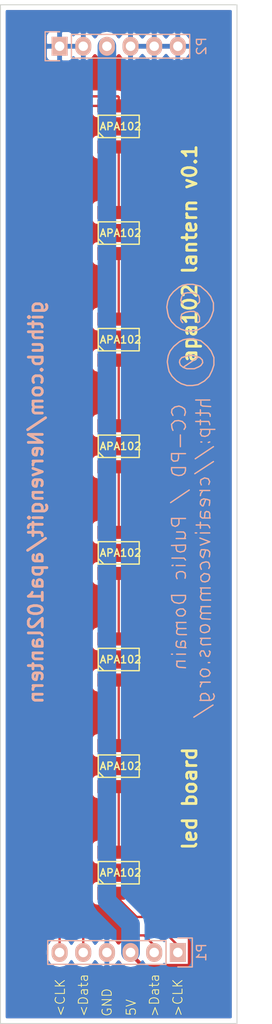
<source format=kicad_pcb>
(kicad_pcb (version 4) (host pcbnew "(2015-09-28 BZR 6225)-product")

  (general
    (links 40)
    (no_connects 1)
    (area 114.249999 81.229999 139.750001 190.550001)
    (thickness 1.6)
    (drawings 13)
    (tracks 85)
    (zones 0)
    (modules 11)
    (nets 21)
  )

  (page A4)
  (title_block
    (title "apa102 lantern led board")
    (rev 0.1)
  )

  (layers
    (0 F.Cu signal)
    (31 B.Cu signal)
    (32 B.Adhes user)
    (33 F.Adhes user)
    (34 B.Paste user)
    (35 F.Paste user)
    (36 B.SilkS user)
    (37 F.SilkS user)
    (38 B.Mask user)
    (39 F.Mask user)
    (40 Dwgs.User user)
    (41 Cmts.User user)
    (42 Eco1.User user)
    (43 Eco2.User user)
    (44 Edge.Cuts user)
    (45 Margin user)
    (46 B.CrtYd user)
    (47 F.CrtYd user)
    (48 B.Fab user)
    (49 F.Fab user)
  )

  (setup
    (last_trace_width 0.25)
    (trace_clearance 0.2)
    (zone_clearance 0.508)
    (zone_45_only no)
    (trace_min 0.2)
    (segment_width 0.2)
    (edge_width 0.1)
    (via_size 0.6)
    (via_drill 0.4)
    (via_min_size 0.4)
    (via_min_drill 0.3)
    (uvia_size 0.3)
    (uvia_drill 0.1)
    (uvias_allowed no)
    (uvia_min_size 0.2)
    (uvia_min_drill 0.1)
    (pcb_text_width 0.3)
    (pcb_text_size 1.5 1.5)
    (mod_edge_width 0.15)
    (mod_text_size 1 1)
    (mod_text_width 0.15)
    (pad_size 1.5 1.5)
    (pad_drill 0.6)
    (pad_to_mask_clearance 0)
    (aux_axis_origin 0 0)
    (visible_elements FFFFFF7F)
    (pcbplotparams
      (layerselection 0x00030_80000001)
      (usegerberextensions false)
      (excludeedgelayer true)
      (linewidth 0.100000)
      (plotframeref false)
      (viasonmask false)
      (mode 1)
      (useauxorigin false)
      (hpglpennumber 1)
      (hpglpenspeed 20)
      (hpglpendiameter 15)
      (hpglpenoverlay 2)
      (psnegative false)
      (psa4output false)
      (plotreference true)
      (plotvalue true)
      (plotinvisibletext false)
      (padsonsilk false)
      (subtractmaskfromsilk false)
      (outputformat 1)
      (mirror false)
      (drillshape 1)
      (scaleselection 1)
      (outputdirectory ""))
  )

  (net 0 "")
  (net 1 "Net-(P1-Pad1)")
  (net 2 "Net-(P1-Pad2)")
  (net 3 "Net-(P1-Pad3)")
  (net 4 "Net-(P1-Pad4)")
  (net 5 "Net-(P1-Pad5)")
  (net 6 "Net-(P1-Pad6)")
  (net 7 "Net-(U1-Pad5)")
  (net 8 "Net-(U1-Pad6)")
  (net 9 "Net-(U2-Pad5)")
  (net 10 "Net-(U2-Pad6)")
  (net 11 "Net-(U3-Pad5)")
  (net 12 "Net-(U3-Pad6)")
  (net 13 "Net-(U4-Pad5)")
  (net 14 "Net-(U4-Pad6)")
  (net 15 "Net-(U5-Pad5)")
  (net 16 "Net-(U5-Pad6)")
  (net 17 "Net-(U6-Pad5)")
  (net 18 "Net-(U6-Pad6)")
  (net 19 "Net-(U7-Pad5)")
  (net 20 "Net-(U7-Pad6)")

  (net_class Default "Dies ist die voreingestellte Netzklasse."
    (clearance 0.2)
    (trace_width 0.25)
    (via_dia 0.6)
    (via_drill 0.4)
    (uvia_dia 0.3)
    (uvia_drill 0.1)
    (add_net "Net-(P1-Pad1)")
    (add_net "Net-(P1-Pad2)")
    (add_net "Net-(P1-Pad4)")
    (add_net "Net-(P1-Pad5)")
    (add_net "Net-(P1-Pad6)")
    (add_net "Net-(U1-Pad5)")
    (add_net "Net-(U1-Pad6)")
    (add_net "Net-(U2-Pad5)")
    (add_net "Net-(U2-Pad6)")
    (add_net "Net-(U3-Pad5)")
    (add_net "Net-(U3-Pad6)")
    (add_net "Net-(U4-Pad5)")
    (add_net "Net-(U4-Pad6)")
    (add_net "Net-(U5-Pad5)")
    (add_net "Net-(U5-Pad6)")
    (add_net "Net-(U6-Pad5)")
    (add_net "Net-(U6-Pad6)")
    (add_net "Net-(U7-Pad5)")
    (add_net "Net-(U7-Pad6)")
  )

  (net_class vcc ""
    (clearance 0.2)
    (trace_width 2)
    (via_dia 0.6)
    (via_drill 0.4)
    (uvia_dia 0.3)
    (uvia_drill 0.1)
    (add_net "Net-(P1-Pad3)")
  )

  (module CrumpPrints:APA102 (layer F.Cu) (tedit 54BDEC7B) (tstamp 560AAFD3)
    (at 127 174.33)
    (path /56067C85)
    (fp_text reference U1 (at 0.2 -4) (layer F.SilkS) hide
      (effects (font (size 1.5 1.5) (thickness 0.15)))
    )
    (fp_text value APA102 (at 0.2 0) (layer F.SilkS)
      (effects (font (size 0.8 0.8) (thickness 0.15)))
    )
    (fp_line (start -2.2 0.6) (end -1.6 1.2) (layer F.SilkS) (width 0.15))
    (fp_line (start 2.2 1.2) (end -1.8 1.2) (layer F.SilkS) (width 0.15))
    (fp_line (start -2.2 -1.2) (end 2.2 -1.2) (layer F.SilkS) (width 0.15))
    (fp_line (start -1.8 1.2) (end -2.2 1.2) (layer F.SilkS) (width 0.15))
    (fp_line (start 2.2 -1.2) (end 2.2 1.2) (layer F.SilkS) (width 0.15))
    (fp_line (start -2.2 -1.2) (end -2.2 1.2) (layer F.SilkS) (width 0.15))
    (pad 3 smd rect (at 1.6 2.2 90) (size 1.4 1.4) (layers F.Cu F.Paste F.Mask)
      (net 4 "Net-(P1-Pad4)"))
    (pad 4 smd rect (at 1.6 -2.2 90) (size 1.4 1.4) (layers F.Cu F.Paste F.Mask)
      (net 3 "Net-(P1-Pad3)"))
    (pad 5 smd rect (at 0 -2.2 90) (size 1.4 1.3) (layers F.Cu F.Paste F.Mask)
      (net 7 "Net-(U1-Pad5)"))
    (pad 2 smd rect (at 0 2.2 90) (size 1.4 1.3) (layers F.Cu F.Paste F.Mask)
      (net 1 "Net-(P1-Pad1)"))
    (pad 1 smd rect (at -1.6 2.2 90) (size 1.4 1.4) (layers F.Cu F.Paste F.Mask)
      (net 2 "Net-(P1-Pad2)"))
    (pad 6 smd rect (at -1.6 -2.2 90) (size 1.4 1.4) (layers F.Cu F.Paste F.Mask)
      (net 8 "Net-(U1-Pad6)"))
  )

  (module CrumpPrints:APA102 (layer F.Cu) (tedit 54BDEC7B) (tstamp 560AAFDD)
    (at 127 162.9)
    (path /56067CEB)
    (fp_text reference U2 (at 0.2 -4) (layer F.SilkS) hide
      (effects (font (size 1.5 1.5) (thickness 0.15)))
    )
    (fp_text value APA102 (at 0.2 0) (layer F.SilkS)
      (effects (font (size 0.8 0.8) (thickness 0.15)))
    )
    (fp_line (start -2.2 0.6) (end -1.6 1.2) (layer F.SilkS) (width 0.15))
    (fp_line (start 2.2 1.2) (end -1.8 1.2) (layer F.SilkS) (width 0.15))
    (fp_line (start -2.2 -1.2) (end 2.2 -1.2) (layer F.SilkS) (width 0.15))
    (fp_line (start -1.8 1.2) (end -2.2 1.2) (layer F.SilkS) (width 0.15))
    (fp_line (start 2.2 -1.2) (end 2.2 1.2) (layer F.SilkS) (width 0.15))
    (fp_line (start -2.2 -1.2) (end -2.2 1.2) (layer F.SilkS) (width 0.15))
    (pad 3 smd rect (at 1.6 2.2 90) (size 1.4 1.4) (layers F.Cu F.Paste F.Mask)
      (net 4 "Net-(P1-Pad4)"))
    (pad 4 smd rect (at 1.6 -2.2 90) (size 1.4 1.4) (layers F.Cu F.Paste F.Mask)
      (net 3 "Net-(P1-Pad3)"))
    (pad 5 smd rect (at 0 -2.2 90) (size 1.4 1.3) (layers F.Cu F.Paste F.Mask)
      (net 9 "Net-(U2-Pad5)"))
    (pad 2 smd rect (at 0 2.2 90) (size 1.4 1.3) (layers F.Cu F.Paste F.Mask)
      (net 7 "Net-(U1-Pad5)"))
    (pad 1 smd rect (at -1.6 2.2 90) (size 1.4 1.4) (layers F.Cu F.Paste F.Mask)
      (net 8 "Net-(U1-Pad6)"))
    (pad 6 smd rect (at -1.6 -2.2 90) (size 1.4 1.4) (layers F.Cu F.Paste F.Mask)
      (net 10 "Net-(U2-Pad6)"))
  )

  (module CrumpPrints:APA102 (layer F.Cu) (tedit 54BDEC7B) (tstamp 560AAFE7)
    (at 127 151.47)
    (path /56067CF1)
    (fp_text reference U3 (at 0.2 -4) (layer F.SilkS) hide
      (effects (font (size 1.5 1.5) (thickness 0.15)))
    )
    (fp_text value APA102 (at 0.2 0) (layer F.SilkS)
      (effects (font (size 0.8 0.8) (thickness 0.15)))
    )
    (fp_line (start -2.2 0.6) (end -1.6 1.2) (layer F.SilkS) (width 0.15))
    (fp_line (start 2.2 1.2) (end -1.8 1.2) (layer F.SilkS) (width 0.15))
    (fp_line (start -2.2 -1.2) (end 2.2 -1.2) (layer F.SilkS) (width 0.15))
    (fp_line (start -1.8 1.2) (end -2.2 1.2) (layer F.SilkS) (width 0.15))
    (fp_line (start 2.2 -1.2) (end 2.2 1.2) (layer F.SilkS) (width 0.15))
    (fp_line (start -2.2 -1.2) (end -2.2 1.2) (layer F.SilkS) (width 0.15))
    (pad 3 smd rect (at 1.6 2.2 90) (size 1.4 1.4) (layers F.Cu F.Paste F.Mask)
      (net 4 "Net-(P1-Pad4)"))
    (pad 4 smd rect (at 1.6 -2.2 90) (size 1.4 1.4) (layers F.Cu F.Paste F.Mask)
      (net 3 "Net-(P1-Pad3)"))
    (pad 5 smd rect (at 0 -2.2 90) (size 1.4 1.3) (layers F.Cu F.Paste F.Mask)
      (net 11 "Net-(U3-Pad5)"))
    (pad 2 smd rect (at 0 2.2 90) (size 1.4 1.3) (layers F.Cu F.Paste F.Mask)
      (net 9 "Net-(U2-Pad5)"))
    (pad 1 smd rect (at -1.6 2.2 90) (size 1.4 1.4) (layers F.Cu F.Paste F.Mask)
      (net 10 "Net-(U2-Pad6)"))
    (pad 6 smd rect (at -1.6 -2.2 90) (size 1.4 1.4) (layers F.Cu F.Paste F.Mask)
      (net 12 "Net-(U3-Pad6)"))
  )

  (module CrumpPrints:APA102 (layer F.Cu) (tedit 54BDEC7B) (tstamp 560AAFF1)
    (at 127 140.04)
    (path /56067CF7)
    (fp_text reference U4 (at 0.2 -4) (layer F.SilkS) hide
      (effects (font (size 1.5 1.5) (thickness 0.15)))
    )
    (fp_text value APA102 (at 0.2 0) (layer F.SilkS)
      (effects (font (size 0.8 0.8) (thickness 0.15)))
    )
    (fp_line (start -2.2 0.6) (end -1.6 1.2) (layer F.SilkS) (width 0.15))
    (fp_line (start 2.2 1.2) (end -1.8 1.2) (layer F.SilkS) (width 0.15))
    (fp_line (start -2.2 -1.2) (end 2.2 -1.2) (layer F.SilkS) (width 0.15))
    (fp_line (start -1.8 1.2) (end -2.2 1.2) (layer F.SilkS) (width 0.15))
    (fp_line (start 2.2 -1.2) (end 2.2 1.2) (layer F.SilkS) (width 0.15))
    (fp_line (start -2.2 -1.2) (end -2.2 1.2) (layer F.SilkS) (width 0.15))
    (pad 3 smd rect (at 1.6 2.2 90) (size 1.4 1.4) (layers F.Cu F.Paste F.Mask)
      (net 4 "Net-(P1-Pad4)"))
    (pad 4 smd rect (at 1.6 -2.2 90) (size 1.4 1.4) (layers F.Cu F.Paste F.Mask)
      (net 3 "Net-(P1-Pad3)"))
    (pad 5 smd rect (at 0 -2.2 90) (size 1.4 1.3) (layers F.Cu F.Paste F.Mask)
      (net 13 "Net-(U4-Pad5)"))
    (pad 2 smd rect (at 0 2.2 90) (size 1.4 1.3) (layers F.Cu F.Paste F.Mask)
      (net 11 "Net-(U3-Pad5)"))
    (pad 1 smd rect (at -1.6 2.2 90) (size 1.4 1.4) (layers F.Cu F.Paste F.Mask)
      (net 12 "Net-(U3-Pad6)"))
    (pad 6 smd rect (at -1.6 -2.2 90) (size 1.4 1.4) (layers F.Cu F.Paste F.Mask)
      (net 14 "Net-(U4-Pad6)"))
  )

  (module CrumpPrints:APA102 (layer F.Cu) (tedit 54BDEC7B) (tstamp 560AAFFB)
    (at 127 128.61)
    (path /56067CFD)
    (fp_text reference U5 (at 0.2 -4) (layer F.SilkS) hide
      (effects (font (size 1.5 1.5) (thickness 0.15)))
    )
    (fp_text value APA102 (at 0.2 0) (layer F.SilkS)
      (effects (font (size 0.8 0.8) (thickness 0.15)))
    )
    (fp_line (start -2.2 0.6) (end -1.6 1.2) (layer F.SilkS) (width 0.15))
    (fp_line (start 2.2 1.2) (end -1.8 1.2) (layer F.SilkS) (width 0.15))
    (fp_line (start -2.2 -1.2) (end 2.2 -1.2) (layer F.SilkS) (width 0.15))
    (fp_line (start -1.8 1.2) (end -2.2 1.2) (layer F.SilkS) (width 0.15))
    (fp_line (start 2.2 -1.2) (end 2.2 1.2) (layer F.SilkS) (width 0.15))
    (fp_line (start -2.2 -1.2) (end -2.2 1.2) (layer F.SilkS) (width 0.15))
    (pad 3 smd rect (at 1.6 2.2 90) (size 1.4 1.4) (layers F.Cu F.Paste F.Mask)
      (net 4 "Net-(P1-Pad4)"))
    (pad 4 smd rect (at 1.6 -2.2 90) (size 1.4 1.4) (layers F.Cu F.Paste F.Mask)
      (net 3 "Net-(P1-Pad3)"))
    (pad 5 smd rect (at 0 -2.2 90) (size 1.4 1.3) (layers F.Cu F.Paste F.Mask)
      (net 15 "Net-(U5-Pad5)"))
    (pad 2 smd rect (at 0 2.2 90) (size 1.4 1.3) (layers F.Cu F.Paste F.Mask)
      (net 13 "Net-(U4-Pad5)"))
    (pad 1 smd rect (at -1.6 2.2 90) (size 1.4 1.4) (layers F.Cu F.Paste F.Mask)
      (net 14 "Net-(U4-Pad6)"))
    (pad 6 smd rect (at -1.6 -2.2 90) (size 1.4 1.4) (layers F.Cu F.Paste F.Mask)
      (net 16 "Net-(U5-Pad6)"))
  )

  (module CrumpPrints:APA102 (layer F.Cu) (tedit 54BDEC7B) (tstamp 560AB005)
    (at 127 117.18)
    (path /56067D03)
    (fp_text reference U6 (at 0.2 -4) (layer F.SilkS) hide
      (effects (font (size 1.5 1.5) (thickness 0.15)))
    )
    (fp_text value APA102 (at 0.2 0) (layer F.SilkS)
      (effects (font (size 0.8 0.8) (thickness 0.15)))
    )
    (fp_line (start -2.2 0.6) (end -1.6 1.2) (layer F.SilkS) (width 0.15))
    (fp_line (start 2.2 1.2) (end -1.8 1.2) (layer F.SilkS) (width 0.15))
    (fp_line (start -2.2 -1.2) (end 2.2 -1.2) (layer F.SilkS) (width 0.15))
    (fp_line (start -1.8 1.2) (end -2.2 1.2) (layer F.SilkS) (width 0.15))
    (fp_line (start 2.2 -1.2) (end 2.2 1.2) (layer F.SilkS) (width 0.15))
    (fp_line (start -2.2 -1.2) (end -2.2 1.2) (layer F.SilkS) (width 0.15))
    (pad 3 smd rect (at 1.6 2.2 90) (size 1.4 1.4) (layers F.Cu F.Paste F.Mask)
      (net 4 "Net-(P1-Pad4)"))
    (pad 4 smd rect (at 1.6 -2.2 90) (size 1.4 1.4) (layers F.Cu F.Paste F.Mask)
      (net 3 "Net-(P1-Pad3)"))
    (pad 5 smd rect (at 0 -2.2 90) (size 1.4 1.3) (layers F.Cu F.Paste F.Mask)
      (net 17 "Net-(U6-Pad5)"))
    (pad 2 smd rect (at 0 2.2 90) (size 1.4 1.3) (layers F.Cu F.Paste F.Mask)
      (net 15 "Net-(U5-Pad5)"))
    (pad 1 smd rect (at -1.6 2.2 90) (size 1.4 1.4) (layers F.Cu F.Paste F.Mask)
      (net 16 "Net-(U5-Pad6)"))
    (pad 6 smd rect (at -1.6 -2.2 90) (size 1.4 1.4) (layers F.Cu F.Paste F.Mask)
      (net 18 "Net-(U6-Pad6)"))
  )

  (module CrumpPrints:APA102 (layer F.Cu) (tedit 54BDEC7B) (tstamp 560AB00F)
    (at 127 105.75)
    (path /56067D09)
    (fp_text reference U7 (at 0.2 -4) (layer F.SilkS) hide
      (effects (font (size 1.5 1.5) (thickness 0.15)))
    )
    (fp_text value APA102 (at 0.2 0) (layer F.SilkS)
      (effects (font (size 0.8 0.8) (thickness 0.15)))
    )
    (fp_line (start -2.2 0.6) (end -1.6 1.2) (layer F.SilkS) (width 0.15))
    (fp_line (start 2.2 1.2) (end -1.8 1.2) (layer F.SilkS) (width 0.15))
    (fp_line (start -2.2 -1.2) (end 2.2 -1.2) (layer F.SilkS) (width 0.15))
    (fp_line (start -1.8 1.2) (end -2.2 1.2) (layer F.SilkS) (width 0.15))
    (fp_line (start 2.2 -1.2) (end 2.2 1.2) (layer F.SilkS) (width 0.15))
    (fp_line (start -2.2 -1.2) (end -2.2 1.2) (layer F.SilkS) (width 0.15))
    (pad 3 smd rect (at 1.6 2.2 90) (size 1.4 1.4) (layers F.Cu F.Paste F.Mask)
      (net 4 "Net-(P1-Pad4)"))
    (pad 4 smd rect (at 1.6 -2.2 90) (size 1.4 1.4) (layers F.Cu F.Paste F.Mask)
      (net 3 "Net-(P1-Pad3)"))
    (pad 5 smd rect (at 0 -2.2 90) (size 1.4 1.3) (layers F.Cu F.Paste F.Mask)
      (net 19 "Net-(U7-Pad5)"))
    (pad 2 smd rect (at 0 2.2 90) (size 1.4 1.3) (layers F.Cu F.Paste F.Mask)
      (net 17 "Net-(U6-Pad5)"))
    (pad 1 smd rect (at -1.6 2.2 90) (size 1.4 1.4) (layers F.Cu F.Paste F.Mask)
      (net 18 "Net-(U6-Pad6)"))
    (pad 6 smd rect (at -1.6 -2.2 90) (size 1.4 1.4) (layers F.Cu F.Paste F.Mask)
      (net 20 "Net-(U7-Pad6)"))
  )

  (module CrumpPrints:APA102 (layer F.Cu) (tedit 54BDEC7B) (tstamp 560AB019)
    (at 127 94.32)
    (path /56067D0F)
    (fp_text reference U8 (at 0.2 -4) (layer F.SilkS) hide
      (effects (font (size 1.5 1.5) (thickness 0.15)))
    )
    (fp_text value APA102 (at 0.2 0) (layer F.SilkS)
      (effects (font (size 0.8 0.8) (thickness 0.15)))
    )
    (fp_line (start -2.2 0.6) (end -1.6 1.2) (layer F.SilkS) (width 0.15))
    (fp_line (start 2.2 1.2) (end -1.8 1.2) (layer F.SilkS) (width 0.15))
    (fp_line (start -2.2 -1.2) (end 2.2 -1.2) (layer F.SilkS) (width 0.15))
    (fp_line (start -1.8 1.2) (end -2.2 1.2) (layer F.SilkS) (width 0.15))
    (fp_line (start 2.2 -1.2) (end 2.2 1.2) (layer F.SilkS) (width 0.15))
    (fp_line (start -2.2 -1.2) (end -2.2 1.2) (layer F.SilkS) (width 0.15))
    (pad 3 smd rect (at 1.6 2.2 90) (size 1.4 1.4) (layers F.Cu F.Paste F.Mask)
      (net 4 "Net-(P1-Pad4)"))
    (pad 4 smd rect (at 1.6 -2.2 90) (size 1.4 1.4) (layers F.Cu F.Paste F.Mask)
      (net 3 "Net-(P1-Pad3)"))
    (pad 5 smd rect (at 0 -2.2 90) (size 1.4 1.3) (layers F.Cu F.Paste F.Mask)
      (net 6 "Net-(P1-Pad6)"))
    (pad 2 smd rect (at 0 2.2 90) (size 1.4 1.3) (layers F.Cu F.Paste F.Mask)
      (net 19 "Net-(U7-Pad5)"))
    (pad 1 smd rect (at -1.6 2.2 90) (size 1.4 1.4) (layers F.Cu F.Paste F.Mask)
      (net 20 "Net-(U7-Pad6)"))
    (pad 6 smd rect (at -1.6 -2.2 90) (size 1.4 1.4) (layers F.Cu F.Paste F.Mask)
      (net 5 "Net-(P1-Pad5)"))
  )

  (module Pin_Headers:Pin_Header_Straight_1x06 (layer B.Cu) (tedit 0) (tstamp 560AAFC9)
    (at 133.35 182.88 90)
    (descr "Through hole pin header")
    (tags "pin header")
    (path /561401C0)
    (fp_text reference P1 (at 0 2.54 90) (layer B.SilkS)
      (effects (font (size 1 1) (thickness 0.15)) (justify mirror))
    )
    (fp_text value CONN_01X06 (at 0 3.1 90) (layer B.Fab)
      (effects (font (size 1 1) (thickness 0.15)) (justify mirror))
    )
    (fp_line (start -1.75 1.75) (end -1.75 -14.45) (layer B.CrtYd) (width 0.05))
    (fp_line (start 1.75 1.75) (end 1.75 -14.45) (layer B.CrtYd) (width 0.05))
    (fp_line (start -1.75 1.75) (end 1.75 1.75) (layer B.CrtYd) (width 0.05))
    (fp_line (start -1.75 -14.45) (end 1.75 -14.45) (layer B.CrtYd) (width 0.05))
    (fp_line (start 1.27 -1.27) (end 1.27 -13.97) (layer B.SilkS) (width 0.15))
    (fp_line (start 1.27 -13.97) (end -1.27 -13.97) (layer B.SilkS) (width 0.15))
    (fp_line (start -1.27 -13.97) (end -1.27 -1.27) (layer B.SilkS) (width 0.15))
    (fp_line (start 1.55 1.55) (end 1.55 0) (layer B.SilkS) (width 0.15))
    (fp_line (start 1.27 -1.27) (end -1.27 -1.27) (layer B.SilkS) (width 0.15))
    (fp_line (start -1.55 0) (end -1.55 1.55) (layer B.SilkS) (width 0.15))
    (fp_line (start -1.55 1.55) (end 1.55 1.55) (layer B.SilkS) (width 0.15))
    (pad 1 thru_hole rect (at 0 0 90) (size 2.032 1.7272) (drill 1.016) (layers *.Cu *.Mask B.SilkS)
      (net 1 "Net-(P1-Pad1)"))
    (pad 2 thru_hole oval (at 0 -2.54 90) (size 2.032 1.7272) (drill 1.016) (layers *.Cu *.Mask B.SilkS)
      (net 2 "Net-(P1-Pad2)"))
    (pad 3 thru_hole oval (at 0 -5.08 90) (size 2.032 1.7272) (drill 1.016) (layers *.Cu *.Mask B.SilkS)
      (net 3 "Net-(P1-Pad3)"))
    (pad 4 thru_hole oval (at 0 -7.62 90) (size 2.032 1.7272) (drill 1.016) (layers *.Cu *.Mask B.SilkS)
      (net 4 "Net-(P1-Pad4)"))
    (pad 5 thru_hole oval (at 0 -10.16 90) (size 2.032 1.7272) (drill 1.016) (layers *.Cu *.Mask B.SilkS)
      (net 5 "Net-(P1-Pad5)"))
    (pad 6 thru_hole oval (at 0 -12.7 90) (size 2.032 1.7272) (drill 1.016) (layers *.Cu *.Mask B.SilkS)
      (net 6 "Net-(P1-Pad6)"))
    (model Pin_Headers.3dshapes/Pin_Header_Straight_1x06.wrl
      (at (xyz 0 -0.25 0))
      (scale (xyz 1 1 1))
      (rotate (xyz 0 0 90))
    )
  )

  (module Pin_Headers:Pin_Header_Straight_1x06 (layer B.Cu) (tedit 0) (tstamp 560ABF36)
    (at 120.65 85.725 270)
    (descr "Through hole pin header")
    (tags "pin header")
    (path /5614030F)
    (fp_text reference P2 (at 0 -15.24 270) (layer B.SilkS)
      (effects (font (size 1 1) (thickness 0.15)) (justify mirror))
    )
    (fp_text value CONN_01X06 (at 0 3.1 270) (layer B.Fab)
      (effects (font (size 1 1) (thickness 0.15)) (justify mirror))
    )
    (fp_line (start -1.75 1.75) (end -1.75 -14.45) (layer B.CrtYd) (width 0.05))
    (fp_line (start 1.75 1.75) (end 1.75 -14.45) (layer B.CrtYd) (width 0.05))
    (fp_line (start -1.75 1.75) (end 1.75 1.75) (layer B.CrtYd) (width 0.05))
    (fp_line (start -1.75 -14.45) (end 1.75 -14.45) (layer B.CrtYd) (width 0.05))
    (fp_line (start 1.27 -1.27) (end 1.27 -13.97) (layer B.SilkS) (width 0.15))
    (fp_line (start 1.27 -13.97) (end -1.27 -13.97) (layer B.SilkS) (width 0.15))
    (fp_line (start -1.27 -13.97) (end -1.27 -1.27) (layer B.SilkS) (width 0.15))
    (fp_line (start 1.55 1.55) (end 1.55 0) (layer B.SilkS) (width 0.15))
    (fp_line (start 1.27 -1.27) (end -1.27 -1.27) (layer B.SilkS) (width 0.15))
    (fp_line (start -1.55 0) (end -1.55 1.55) (layer B.SilkS) (width 0.15))
    (fp_line (start -1.55 1.55) (end 1.55 1.55) (layer B.SilkS) (width 0.15))
    (pad 1 thru_hole rect (at 0 0 270) (size 2.032 1.7272) (drill 1.016) (layers *.Cu *.Mask B.SilkS)
      (net 4 "Net-(P1-Pad4)"))
    (pad 2 thru_hole oval (at 0 -2.54 270) (size 2.032 1.7272) (drill 1.016) (layers *.Cu *.Mask B.SilkS)
      (net 4 "Net-(P1-Pad4)"))
    (pad 3 thru_hole oval (at 0 -5.08 270) (size 2.032 1.7272) (drill 1.016) (layers *.Cu *.Mask B.SilkS)
      (net 3 "Net-(P1-Pad3)"))
    (pad 4 thru_hole oval (at 0 -7.62 270) (size 2.032 1.7272) (drill 1.016) (layers *.Cu *.Mask B.SilkS)
      (net 4 "Net-(P1-Pad4)"))
    (pad 5 thru_hole oval (at 0 -10.16 270) (size 2.032 1.7272) (drill 1.016) (layers *.Cu *.Mask B.SilkS)
      (net 4 "Net-(P1-Pad4)"))
    (pad 6 thru_hole oval (at 0 -12.7 270) (size 2.032 1.7272) (drill 1.016) (layers *.Cu *.Mask B.SilkS)
      (net 4 "Net-(P1-Pad4)"))
    (model Pin_Headers.3dshapes/Pin_Header_Straight_1x06.wrl
      (at (xyz 0 -0.25 0))
      (scale (xyz 1 1 1))
      (rotate (xyz 0 0 90))
    )
  )

  (module Symbols:Symbol_CreativeCommonsPublicDomain_SilkScreenTop_Small (layer B.Cu) (tedit 560FFB62) (tstamp 560FF841)
    (at 134.62 133.35 270)
    (descr "Symbol, Creative Commons Public Domain, SilkScreenTop, Small,")
    (tags "Symbol, Creative Commons Public Domain, SilkScreen Top, Small,")
    (fp_text reference REF** (at 0.59944 7.29996 270) (layer B.SilkS) hide
      (effects (font (size 1 1) (thickness 0.15)) (justify mirror))
    )
    (fp_text value Symbol_CreativeCommonsPublicDomain_SilkScreenTop_Small (at 0.59944 -8.001 270) (layer B.Fab)
      (effects (font (size 1 1) (thickness 0.15)) (justify mirror))
    )
    (fp_line (start -13.2 0.7) (end -14.25 -0.85) (layer B.SilkS) (width 0.15))
    (fp_line (start 23 -2.5) (end 24.3 -0.45) (layer B.SilkS) (width 0.15))
    (fp_line (start 22.4 -1.2) (end 22.05 -1.15) (layer B.SilkS) (width 0.15))
    (fp_line (start 22.05 -1.15) (end 21.8 -1.3) (layer B.SilkS) (width 0.15))
    (fp_line (start 21.8 -1.3) (end 21.75 -1.7) (layer B.SilkS) (width 0.15))
    (fp_line (start 21.75 -1.7) (end 21.95 -2) (layer B.SilkS) (width 0.15))
    (fp_line (start 21.95 -2) (end 22.15 -2.1) (layer B.SilkS) (width 0.15))
    (fp_line (start 22.15 -2.1) (end 22.4 -2.1) (layer B.SilkS) (width 0.15))
    (fp_line (start 21.8 -2.55) (end 22.05 -2.65) (layer B.SilkS) (width 0.15))
    (fp_line (start 22.05 -2.65) (end 22.35 -2.55) (layer B.SilkS) (width 0.15))
    (fp_line (start 22.35 -2.55) (end 22.5 -2.25) (layer B.SilkS) (width 0.15))
    (fp_line (start 22.5 -2.25) (end 22.5 -1.1) (layer B.SilkS) (width 0.15))
    (fp_line (start 21.05 -1.15) (end 20.9 -1.15) (layer B.SilkS) (width 0.15))
    (fp_line (start 20.9 -1.15) (end 20.65 -1.3) (layer B.SilkS) (width 0.15))
    (fp_line (start 20.55 -1.15) (end 20.55 -2.2) (layer B.SilkS) (width 0.15))
    (fp_line (start 19.7 -1.15) (end 19.4 -1.15) (layer B.SilkS) (width 0.15))
    (fp_line (start 19.4 -1.15) (end 19.15 -1.35) (layer B.SilkS) (width 0.15))
    (fp_line (start 19.15 -1.35) (end 19.15 -1.7) (layer B.SilkS) (width 0.15))
    (fp_line (start 19.15 -1.7) (end 19.25 -2) (layer B.SilkS) (width 0.15))
    (fp_line (start 19.25 -2) (end 19.55 -2.2) (layer B.SilkS) (width 0.15))
    (fp_line (start 19.55 -2.2) (end 19.85 -2.05) (layer B.SilkS) (width 0.15))
    (fp_line (start 19.85 -2.05) (end 19.95 -1.7) (layer B.SilkS) (width 0.15))
    (fp_line (start 19.95 -1.7) (end 19.95 -1.45) (layer B.SilkS) (width 0.15))
    (fp_line (start 19.95 -1.45) (end 19.75 -1.2) (layer B.SilkS) (width 0.15))
    (fp_line (start 18.45 -2) (end 18.45 -2.15) (layer B.SilkS) (width 0.15))
    (fp_line (start 17.75 -1.2) (end 17.45 -1.1) (layer B.SilkS) (width 0.15))
    (fp_line (start 17.45 -1.1) (end 17.2 -1.25) (layer B.SilkS) (width 0.15))
    (fp_line (start 17.2 -1.25) (end 17.2 -1.5) (layer B.SilkS) (width 0.15))
    (fp_line (start 17.2 -1.5) (end 17.5 -1.65) (layer B.SilkS) (width 0.15))
    (fp_line (start 17.5 -1.65) (end 17.75 -1.75) (layer B.SilkS) (width 0.15))
    (fp_line (start 17.75 -1.75) (end 17.8 -2) (layer B.SilkS) (width 0.15))
    (fp_line (start 17.8 -2) (end 17.55 -2.15) (layer B.SilkS) (width 0.15))
    (fp_line (start 17.55 -2.15) (end 17.3 -2.2) (layer B.SilkS) (width 0.15))
    (fp_line (start 17.3 -2.2) (end 17.2 -2.1) (layer B.SilkS) (width 0.15))
    (fp_line (start 16.5 -2.25) (end 16.55 -1.4) (layer B.SilkS) (width 0.15))
    (fp_line (start 16.55 -1.4) (end 16.4 -1.2) (layer B.SilkS) (width 0.15))
    (fp_line (start 16.4 -1.2) (end 16.2 -1.2) (layer B.SilkS) (width 0.15))
    (fp_line (start 16.2 -1.2) (end 15.9 -1.3) (layer B.SilkS) (width 0.15))
    (fp_line (start 15.85 -2.2) (end 15.85 -1.15) (layer B.SilkS) (width 0.15))
    (fp_line (start 15.15 -1.25) (end 15 -1.15) (layer B.SilkS) (width 0.15))
    (fp_line (start 15 -1.15) (end 14.75 -1.15) (layer B.SilkS) (width 0.15))
    (fp_line (start 14.75 -1.15) (end 14.55 -1.2) (layer B.SilkS) (width 0.15))
    (fp_line (start 14.55 -1.2) (end 14.45 -1.4) (layer B.SilkS) (width 0.15))
    (fp_line (start 14.45 -1.4) (end 14.4 -1.7) (layer B.SilkS) (width 0.15))
    (fp_line (start 14.4 -1.7) (end 14.45 -1.9) (layer B.SilkS) (width 0.15))
    (fp_line (start 14.45 -1.9) (end 14.6 -2.1) (layer B.SilkS) (width 0.15))
    (fp_line (start 14.6 -2.1) (end 14.85 -2.15) (layer B.SilkS) (width 0.15))
    (fp_line (start 14.85 -2.15) (end 15.1 -2.05) (layer B.SilkS) (width 0.15))
    (fp_line (start 15.1 -2.05) (end 15.2 -1.8) (layer B.SilkS) (width 0.15))
    (fp_line (start 15.2 -1.8) (end 15.25 -1.6) (layer B.SilkS) (width 0.15))
    (fp_line (start 15.25 -1.6) (end 15.2 -1.35) (layer B.SilkS) (width 0.15))
    (fp_line (start 13.8 -2.2) (end 13.75 -1.3) (layer B.SilkS) (width 0.15))
    (fp_line (start 13.75 -1.3) (end 13.6 -1.15) (layer B.SilkS) (width 0.15))
    (fp_line (start 13.6 -1.15) (end 13.35 -1.2) (layer B.SilkS) (width 0.15))
    (fp_line (start 13.35 -1.2) (end 13.2 -1.3) (layer B.SilkS) (width 0.15))
    (fp_line (start 13.15 -2.25) (end 13.15 -1.3) (layer B.SilkS) (width 0.15))
    (fp_line (start 13.15 -1.3) (end 12.95 -1.15) (layer B.SilkS) (width 0.15))
    (fp_line (start 12.95 -1.15) (end 12.7 -1.2) (layer B.SilkS) (width 0.15))
    (fp_line (start 12.7 -1.2) (end 12.55 -1.25) (layer B.SilkS) (width 0.15))
    (fp_line (start 12.45 -2.2) (end 12.45 -1.2) (layer B.SilkS) (width 0.15))
    (fp_line (start 11.75 -2.25) (end 11.75 -1.35) (layer B.SilkS) (width 0.15))
    (fp_line (start 11.75 -1.35) (end 11.6 -1.2) (layer B.SilkS) (width 0.15))
    (fp_line (start 11.6 -1.2) (end 11.4 -1.15) (layer B.SilkS) (width 0.15))
    (fp_line (start 11.4 -1.15) (end 11.1 -1.25) (layer B.SilkS) (width 0.15))
    (fp_line (start 11.05 -2.2) (end 11.05 -1.35) (layer B.SilkS) (width 0.15))
    (fp_line (start 11.05 -1.35) (end 10.9 -1.2) (layer B.SilkS) (width 0.15))
    (fp_line (start 10.9 -1.2) (end 10.5 -1.25) (layer B.SilkS) (width 0.15))
    (fp_line (start 10.45 -2.2) (end 10.45 -1.15) (layer B.SilkS) (width 0.15))
    (fp_line (start 9.4 -1.2) (end 9.2 -1.2) (layer B.SilkS) (width 0.15))
    (fp_line (start 9.2 -1.2) (end 8.9 -1.55) (layer B.SilkS) (width 0.15))
    (fp_line (start 8.9 -1.55) (end 9 -2.05) (layer B.SilkS) (width 0.15))
    (fp_line (start 9 -2.05) (end 9.25 -2.15) (layer B.SilkS) (width 0.15))
    (fp_line (start 9.25 -2.15) (end 9.5 -2.1) (layer B.SilkS) (width 0.15))
    (fp_line (start 9.5 -2.1) (end 9.7 -1.95) (layer B.SilkS) (width 0.15))
    (fp_line (start 9.7 -1.95) (end 9.8 -1.65) (layer B.SilkS) (width 0.15))
    (fp_line (start 9.8 -1.65) (end 9.75 -1.35) (layer B.SilkS) (width 0.15))
    (fp_line (start 9.75 -1.35) (end 9.55 -1.2) (layer B.SilkS) (width 0.15))
    (fp_line (start 8.45 -1.25) (end 8.2 -1.15) (layer B.SilkS) (width 0.15))
    (fp_line (start 8.2 -1.15) (end 7.95 -1.15) (layer B.SilkS) (width 0.15))
    (fp_line (start 7.95 -1.15) (end 7.75 -1.35) (layer B.SilkS) (width 0.15))
    (fp_line (start 7.75 -1.35) (end 7.65 -1.75) (layer B.SilkS) (width 0.15))
    (fp_line (start 7.65 -1.75) (end 7.7 -2) (layer B.SilkS) (width 0.15))
    (fp_line (start 7.7 -2) (end 7.85 -2.1) (layer B.SilkS) (width 0.15))
    (fp_line (start 7.85 -2.1) (end 8.15 -2.15) (layer B.SilkS) (width 0.15))
    (fp_line (start 8.15 -2.15) (end 8.35 -2.05) (layer B.SilkS) (width 0.15))
    (fp_line (start 7.1 -2.1) (end 6.85 -2.15) (layer B.SilkS) (width 0.15))
    (fp_line (start 6.85 -2.15) (end 6.6 -2.15) (layer B.SilkS) (width 0.15))
    (fp_line (start 6.6 -2.15) (end 6.4 -1.95) (layer B.SilkS) (width 0.15))
    (fp_line (start 6.4 -1.95) (end 6.35 -1.6) (layer B.SilkS) (width 0.15))
    (fp_line (start 6.35 -1.6) (end 6.35 -1.25) (layer B.SilkS) (width 0.15))
    (fp_line (start 6.35 -1.25) (end 6.6 -1.15) (layer B.SilkS) (width 0.15))
    (fp_line (start 6.6 -1.15) (end 6.95 -1.15) (layer B.SilkS) (width 0.15))
    (fp_line (start 6.95 -1.15) (end 7.15 -1.35) (layer B.SilkS) (width 0.15))
    (fp_line (start 7.15 -1.35) (end 7.2 -1.45) (layer B.SilkS) (width 0.15))
    (fp_line (start 7.2 -1.45) (end 6.45 -1.7) (layer B.SilkS) (width 0.15))
    (fp_line (start 5.1 -1.1) (end 5.5 -2.15) (layer B.SilkS) (width 0.15))
    (fp_line (start 5.5 -2.15) (end 5.85 -1.15) (layer B.SilkS) (width 0.15))
    (fp_line (start 4.55 -1.15) (end 4.55 -2.15) (layer B.SilkS) (width 0.15))
    (fp_line (start 4.55 -0.6) (end 4.55 -0.75) (layer B.SilkS) (width 0.15))
    (fp_line (start 3.4 -1.15) (end 4.05 -1.15) (layer B.SilkS) (width 0.15))
    (fp_line (start 3.7 -0.7) (end 3.7 -1.95) (layer B.SilkS) (width 0.15))
    (fp_line (start 3.7 -1.95) (end 3.85 -2.1) (layer B.SilkS) (width 0.15))
    (fp_line (start 3.85 -2.1) (end 4 -2.15) (layer B.SilkS) (width 0.15))
    (fp_line (start 2.25 -1.2) (end 2.4 -1.15) (layer B.SilkS) (width 0.15))
    (fp_line (start 2.4 -1.15) (end 2.8 -1.15) (layer B.SilkS) (width 0.15))
    (fp_line (start 2.8 -1.15) (end 2.95 -1.35) (layer B.SilkS) (width 0.15))
    (fp_line (start 2.95 -1.35) (end 2.95 -2.2) (layer B.SilkS) (width 0.15))
    (fp_line (start 2.95 -2.2) (end 2.95 -2.15) (layer B.SilkS) (width 0.15))
    (fp_line (start 2.95 -2.15) (end 2.45 -2.15) (layer B.SilkS) (width 0.15))
    (fp_line (start 2.45 -2.15) (end 2.3 -2.05) (layer B.SilkS) (width 0.15))
    (fp_line (start 2.3 -2.05) (end 2.25 -1.8) (layer B.SilkS) (width 0.15))
    (fp_line (start 2.25 -1.8) (end 2.35 -1.65) (layer B.SilkS) (width 0.15))
    (fp_line (start 2.35 -1.65) (end 2.85 -1.6) (layer B.SilkS) (width 0.15))
    (fp_line (start 1.6 -2.1) (end 1.3 -2.15) (layer B.SilkS) (width 0.15))
    (fp_line (start 1.3 -2.15) (end 1.05 -2.15) (layer B.SilkS) (width 0.15))
    (fp_line (start 1.05 -2.15) (end 0.95 -1.85) (layer B.SilkS) (width 0.15))
    (fp_line (start 0.95 -1.85) (end 0.9 -1.5) (layer B.SilkS) (width 0.15))
    (fp_line (start 0.9 -1.5) (end 1 -1.25) (layer B.SilkS) (width 0.15))
    (fp_line (start 1 -1.25) (end 1.2 -1.15) (layer B.SilkS) (width 0.15))
    (fp_line (start 1.2 -1.15) (end 1.45 -1.15) (layer B.SilkS) (width 0.15))
    (fp_line (start 1.45 -1.15) (end 1.65 -1.35) (layer B.SilkS) (width 0.15))
    (fp_line (start 1.65 -1.35) (end 1.65 -1.45) (layer B.SilkS) (width 0.15))
    (fp_line (start 1.65 -1.45) (end 1 -1.7) (layer B.SilkS) (width 0.15))
    (fp_line (start 0.55 -1.15) (end 0.3 -1.2) (layer B.SilkS) (width 0.15))
    (fp_line (start 0.3 -1.2) (end 0.1 -1.35) (layer B.SilkS) (width 0.15))
    (fp_line (start 0 -2.15) (end 0 -1.1) (layer B.SilkS) (width 0.15))
    (fp_line (start -0.6 -1.25) (end -0.85 -1.15) (layer B.SilkS) (width 0.15))
    (fp_line (start -0.85 -1.15) (end -1.15 -1.2) (layer B.SilkS) (width 0.15))
    (fp_line (start -1.15 -1.2) (end -1.35 -1.6) (layer B.SilkS) (width 0.15))
    (fp_line (start -1.35 -1.6) (end -1.25 -2) (layer B.SilkS) (width 0.15))
    (fp_line (start -1.25 -2) (end -0.95 -2.15) (layer B.SilkS) (width 0.15))
    (fp_line (start -0.95 -2.15) (end -0.65 -2.05) (layer B.SilkS) (width 0.15))
    (fp_line (start -3.1 -2.55) (end -1.8 -0.55) (layer B.SilkS) (width 0.15))
    (fp_line (start -4.7 -2.55) (end -3.4 -0.6) (layer B.SilkS) (width 0.15))
    (fp_line (start -5.15 -2) (end -5.2 -2.15) (layer B.SilkS) (width 0.15))
    (fp_line (start -5.2 -1.2) (end -5.2 -1.3) (layer B.SilkS) (width 0.15))
    (fp_line (start -6.5 -2.15) (end -6.15 -2.15) (layer B.SilkS) (width 0.15))
    (fp_line (start -6.15 -2.15) (end -5.9 -1.95) (layer B.SilkS) (width 0.15))
    (fp_line (start -5.9 -1.95) (end -5.8 -1.65) (layer B.SilkS) (width 0.15))
    (fp_line (start -5.8 -1.65) (end -5.85 -1.3) (layer B.SilkS) (width 0.15))
    (fp_line (start -5.85 -1.3) (end -6.1 -1.15) (layer B.SilkS) (width 0.15))
    (fp_line (start -6.1 -1.15) (end -6.45 -1.25) (layer B.SilkS) (width 0.15))
    (fp_line (start -6.55 -2.7) (end -6.55 -1.15) (layer B.SilkS) (width 0.15))
    (fp_line (start -7.05 -1.15) (end -7.55 -1.15) (layer B.SilkS) (width 0.15))
    (fp_line (start -7.4 -0.65) (end -7.4 -2.05) (layer B.SilkS) (width 0.15))
    (fp_line (start -7.4 -2.05) (end -7.15 -2.15) (layer B.SilkS) (width 0.15))
    (fp_line (start -7.15 -2.15) (end -7.05 -2.15) (layer B.SilkS) (width 0.15))
    (fp_line (start -8.65 -1.15) (end -8.05 -1.15) (layer B.SilkS) (width 0.15))
    (fp_line (start -8.3 -0.65) (end -8.3 -2.05) (layer B.SilkS) (width 0.15))
    (fp_line (start -8.3 -2.05) (end -8.15 -2.2) (layer B.SilkS) (width 0.15))
    (fp_line (start -8.15 -2.2) (end -7.95 -2.2) (layer B.SilkS) (width 0.15))
    (fp_line (start -9 -2.25) (end -9.05 -1.4) (layer B.SilkS) (width 0.15))
    (fp_line (start -9.05 -1.4) (end -9.15 -1.2) (layer B.SilkS) (width 0.15))
    (fp_line (start -9.15 -1.2) (end -9.55 -1.2) (layer B.SilkS) (width 0.15))
    (fp_line (start -9.7 -0.65) (end -9.7 -2.15) (layer B.SilkS) (width 0.15))
    (fp_line (start 19 0.45) (end 18.95 1.15) (layer B.SilkS) (width 0.15))
    (fp_line (start 18.95 1.15) (end 18.85 1.35) (layer B.SilkS) (width 0.15))
    (fp_line (start 18.85 1.35) (end 18.7 1.4) (layer B.SilkS) (width 0.15))
    (fp_line (start 18.7 1.4) (end 18.35 1.35) (layer B.SilkS) (width 0.15))
    (fp_line (start 18.3 1.4) (end 18.3 0.5) (layer B.SilkS) (width 0.15))
    (fp_line (start 17.55 1.4) (end 17.55 0.45) (layer B.SilkS) (width 0.15))
    (fp_line (start 17.55 1.95) (end 17.55 1.85) (layer B.SilkS) (width 0.15))
    (fp_line (start 16.6 0.95) (end 16.3 0.95) (layer B.SilkS) (width 0.15))
    (fp_line (start 16.3 0.95) (end 16.15 0.8) (layer B.SilkS) (width 0.15))
    (fp_line (start 16.15 0.8) (end 16.15 0.55) (layer B.SilkS) (width 0.15))
    (fp_line (start 16.15 0.55) (end 16.35 0.45) (layer B.SilkS) (width 0.15))
    (fp_line (start 16.35 0.45) (end 16.75 0.5) (layer B.SilkS) (width 0.15))
    (fp_line (start 16.15 1.35) (end 16.3 1.45) (layer B.SilkS) (width 0.15))
    (fp_line (start 16.3 1.45) (end 16.65 1.45) (layer B.SilkS) (width 0.15))
    (fp_line (start 16.65 1.45) (end 16.8 1.25) (layer B.SilkS) (width 0.15))
    (fp_line (start 16.8 1.25) (end 16.85 0.4) (layer B.SilkS) (width 0.15))
    (fp_line (start 15.45 0.35) (end 15.45 1.1) (layer B.SilkS) (width 0.15))
    (fp_line (start 15.45 1.1) (end 15.4 1.3) (layer B.SilkS) (width 0.15))
    (fp_line (start 15.4 1.3) (end 15.3 1.4) (layer B.SilkS) (width 0.15))
    (fp_line (start 15.3 1.4) (end 15.05 1.4) (layer B.SilkS) (width 0.15))
    (fp_line (start 15.05 1.4) (end 14.85 1.3) (layer B.SilkS) (width 0.15))
    (fp_line (start 14.8 0.4) (end 14.8 1.25) (layer B.SilkS) (width 0.15))
    (fp_line (start 14.8 1.25) (end 14.7 1.35) (layer B.SilkS) (width 0.15))
    (fp_line (start 14.7 1.35) (end 14.5 1.4) (layer B.SilkS) (width 0.15))
    (fp_line (start 14.5 1.4) (end 14.25 1.35) (layer B.SilkS) (width 0.15))
    (fp_line (start 14.15 0.4) (end 14.15 1.45) (layer B.SilkS) (width 0.15))
    (fp_line (start 13.1 1.45) (end 12.85 1.35) (layer B.SilkS) (width 0.15))
    (fp_line (start 12.85 1.35) (end 12.7 1.05) (layer B.SilkS) (width 0.15))
    (fp_line (start 12.7 1.05) (end 12.7 0.7) (layer B.SilkS) (width 0.15))
    (fp_line (start 12.7 0.7) (end 12.95 0.45) (layer B.SilkS) (width 0.15))
    (fp_line (start 12.95 0.45) (end 13.25 0.5) (layer B.SilkS) (width 0.15))
    (fp_line (start 13.25 0.5) (end 13.45 0.75) (layer B.SilkS) (width 0.15))
    (fp_line (start 13.45 0.75) (end 13.45 1.1) (layer B.SilkS) (width 0.15))
    (fp_line (start 13.45 1.1) (end 13.4 1.25) (layer B.SilkS) (width 0.15))
    (fp_line (start 13.4 1.25) (end 13.2 1.4) (layer B.SilkS) (width 0.15))
    (fp_line (start 11.25 1.95) (end 11.25 0.45) (layer B.SilkS) (width 0.15))
    (fp_line (start 11.25 0.45) (end 11.65 0.45) (layer B.SilkS) (width 0.15))
    (fp_line (start 11.65 0.45) (end 12 0.7) (layer B.SilkS) (width 0.15))
    (fp_line (start 12 0.7) (end 12.1 1.15) (layer B.SilkS) (width 0.15))
    (fp_line (start 12.1 1.15) (end 12 1.65) (layer B.SilkS) (width 0.15))
    (fp_line (start 12 1.65) (end 11.75 1.9) (layer B.SilkS) (width 0.15))
    (fp_line (start 11.75 1.9) (end 11.25 1.95) (layer B.SilkS) (width 0.15))
    (fp_line (start 9.45 1.35) (end 9.2 1.45) (layer B.SilkS) (width 0.15))
    (fp_line (start 9.2 1.45) (end 8.85 1.4) (layer B.SilkS) (width 0.15))
    (fp_line (start 8.85 1.4) (end 8.7 1.1) (layer B.SilkS) (width 0.15))
    (fp_line (start 8.7 1.1) (end 8.7 0.75) (layer B.SilkS) (width 0.15))
    (fp_line (start 8.7 0.75) (end 8.85 0.5) (layer B.SilkS) (width 0.15))
    (fp_line (start 8.85 0.5) (end 9.15 0.45) (layer B.SilkS) (width 0.15))
    (fp_line (start 9.15 0.45) (end 9.4 0.5) (layer B.SilkS) (width 0.15))
    (fp_line (start 8.05 1.45) (end 8.05 0.5) (layer B.SilkS) (width 0.15))
    (fp_line (start 8.05 1.9) (end 8.05 1.8) (layer B.SilkS) (width 0.15))
    (fp_line (start 8.05 1.8) (end 8 1.8) (layer B.SilkS) (width 0.15))
    (fp_line (start 7.25 1.9) (end 7.25 0.6) (layer B.SilkS) (width 0.15))
    (fp_line (start 7.25 0.6) (end 7.45 0.45) (layer B.SilkS) (width 0.15))
    (fp_line (start 5.9 1.95) (end 5.85 0.45) (layer B.SilkS) (width 0.15))
    (fp_line (start 5.85 0.45) (end 6.25 0.45) (layer B.SilkS) (width 0.15))
    (fp_line (start 6.25 0.45) (end 6.5 0.6) (layer B.SilkS) (width 0.15))
    (fp_line (start 6.5 0.6) (end 6.6 1) (layer B.SilkS) (width 0.15))
    (fp_line (start 6.6 1) (end 6.5 1.35) (layer B.SilkS) (width 0.15))
    (fp_line (start 6.5 1.35) (end 6.25 1.45) (layer B.SilkS) (width 0.15))
    (fp_line (start 6.25 1.45) (end 5.95 1.45) (layer B.SilkS) (width 0.15))
    (fp_line (start 5.15 1.45) (end 5.15 0.45) (layer B.SilkS) (width 0.15))
    (fp_line (start 4.45 1.4) (end 4.45 1) (layer B.SilkS) (width 0.15))
    (fp_line (start 4.45 1) (end 4.45 0.65) (layer B.SilkS) (width 0.15))
    (fp_line (start 4.45 0.65) (end 4.6 0.5) (layer B.SilkS) (width 0.15))
    (fp_line (start 4.6 0.5) (end 4.8 0.45) (layer B.SilkS) (width 0.15))
    (fp_line (start 4.8 0.45) (end 5.15 0.55) (layer B.SilkS) (width 0.15))
    (fp_line (start 3 0.45) (end 3 1.95) (layer B.SilkS) (width 0.15))
    (fp_line (start 3 1.95) (end 3.5 1.95) (layer B.SilkS) (width 0.15))
    (fp_line (start 3.5 1.95) (end 3.75 1.85) (layer B.SilkS) (width 0.15))
    (fp_line (start 3.75 1.85) (end 3.85 1.55) (layer B.SilkS) (width 0.15))
    (fp_line (start 3.85 1.55) (end 3.75 1.3) (layer B.SilkS) (width 0.15))
    (fp_line (start 3.75 1.3) (end 3.55 1.15) (layer B.SilkS) (width 0.15))
    (fp_line (start 3.55 1.15) (end 3.1 1.15) (layer B.SilkS) (width 0.15))
    (fp_line (start -0.05 0.05) (end 1.3 2.05) (layer B.SilkS) (width 0.15))
    (fp_line (start -2.45 1.95) (end -2.45 0.45) (layer B.SilkS) (width 0.15))
    (fp_line (start -2.45 0.45) (end -2.15 0.45) (layer B.SilkS) (width 0.15))
    (fp_line (start -2.15 0.45) (end -1.85 0.55) (layer B.SilkS) (width 0.15))
    (fp_line (start -1.85 0.55) (end -1.65 0.85) (layer B.SilkS) (width 0.15))
    (fp_line (start -1.65 0.85) (end -1.6 1.2) (layer B.SilkS) (width 0.15))
    (fp_line (start -1.6 1.2) (end -1.7 1.6) (layer B.SilkS) (width 0.15))
    (fp_line (start -1.7 1.6) (end -1.85 1.85) (layer B.SilkS) (width 0.15))
    (fp_line (start -1.85 1.85) (end -2.2 1.95) (layer B.SilkS) (width 0.15))
    (fp_line (start -2.2 1.95) (end -2.35 1.95) (layer B.SilkS) (width 0.15))
    (fp_line (start -3.95 0.45) (end -3.95 1.95) (layer B.SilkS) (width 0.15))
    (fp_line (start -3.95 1.95) (end -3.35 1.95) (layer B.SilkS) (width 0.15))
    (fp_line (start -3.35 1.95) (end -3.15 1.75) (layer B.SilkS) (width 0.15))
    (fp_line (start -3.15 1.75) (end -3.15 1.55) (layer B.SilkS) (width 0.15))
    (fp_line (start -3.15 1.55) (end -3.2 1.3) (layer B.SilkS) (width 0.15))
    (fp_line (start -3.2 1.3) (end -3.45 1.2) (layer B.SilkS) (width 0.15))
    (fp_line (start -3.45 1.2) (end -3.95 1.2) (layer B.SilkS) (width 0.15))
    (fp_line (start -5.95 1) (end -4.7 1) (layer B.SilkS) (width 0.15))
    (fp_line (start -6.45 1.8) (end -6.7 1.9) (layer B.SilkS) (width 0.15))
    (fp_line (start -6.7 1.9) (end -7.1 1.95) (layer B.SilkS) (width 0.15))
    (fp_line (start -7.1 1.95) (end -7.45 1.6) (layer B.SilkS) (width 0.15))
    (fp_line (start -7.45 1.6) (end -7.5 1.2) (layer B.SilkS) (width 0.15))
    (fp_line (start -7.5 1.2) (end -7.4 0.8) (layer B.SilkS) (width 0.15))
    (fp_line (start -7.4 0.8) (end -7.1 0.5) (layer B.SilkS) (width 0.15))
    (fp_line (start -7.1 0.5) (end -6.8 0.45) (layer B.SilkS) (width 0.15))
    (fp_line (start -6.8 0.45) (end -6.55 0.6) (layer B.SilkS) (width 0.15))
    (fp_line (start -8.05 1.8) (end -8.35 1.95) (layer B.SilkS) (width 0.15))
    (fp_line (start -8.35 1.95) (end -8.7 1.9) (layer B.SilkS) (width 0.15))
    (fp_line (start -8.7 1.9) (end -8.95 1.6) (layer B.SilkS) (width 0.15))
    (fp_line (start -8.95 1.6) (end -9.05 1.15) (layer B.SilkS) (width 0.15))
    (fp_line (start -9.05 1.15) (end -8.95 0.85) (layer B.SilkS) (width 0.15))
    (fp_line (start -8.95 0.85) (end -8.75 0.55) (layer B.SilkS) (width 0.15))
    (fp_line (start -8.75 0.55) (end -8.4 0.45) (layer B.SilkS) (width 0.15))
    (fp_line (start -8.4 0.45) (end -8.05 0.55) (layer B.SilkS) (width 0.15))
    (fp_line (start -17.9998 0.7501) (end -18.09886 0.84916) (layer B.SilkS) (width 0.15))
    (fp_line (start -18.09886 0.84916) (end -18.29952 0.95076) (layer B.SilkS) (width 0.15))
    (fp_line (start -18.29952 0.95076) (end -18.59924 0.95076) (layer B.SilkS) (width 0.15))
    (fp_line (start -18.59924 0.95076) (end -18.89896 0.84916) (layer B.SilkS) (width 0.15))
    (fp_line (start -18.89896 0.84916) (end -19.09962 0.45038) (layer B.SilkS) (width 0.15))
    (fp_line (start -19.09962 0.45038) (end -19.20122 -0.05) (layer B.SilkS) (width 0.15))
    (fp_line (start -19.20122 -0.05) (end -19.20122 -0.44878) (layer B.SilkS) (width 0.15))
    (fp_line (start -19.20122 -0.44878) (end -19.00056 -0.8501) (layer B.SilkS) (width 0.15))
    (fp_line (start -19.00056 -0.8501) (end -18.59924 -1.05076) (layer B.SilkS) (width 0.15))
    (fp_line (start -18.59924 -1.05076) (end -18.40112 -1.05076) (layer B.SilkS) (width 0.15))
    (fp_line (start -18.40112 -1.05076) (end -18.09886 -1.05076) (layer B.SilkS) (width 0.15))
    (fp_line (start -18.09886 -1.05076) (end -17.9998 -0.8501) (layer B.SilkS) (width 0.15))
    (fp_line (start -19.99878 0.7501) (end -20.10038 0.84916) (layer B.SilkS) (width 0.15))
    (fp_line (start -20.10038 0.84916) (end -20.4001 0.95076) (layer B.SilkS) (width 0.15))
    (fp_line (start -20.4001 0.95076) (end -20.79888 0.84916) (layer B.SilkS) (width 0.15))
    (fp_line (start -20.79888 0.84916) (end -21.10114 0.65104) (layer B.SilkS) (width 0.15))
    (fp_line (start -21.10114 0.65104) (end -21.2002 0.24972) (layer B.SilkS) (width 0.15))
    (fp_line (start -21.2002 0.24972) (end -21.2002 -0.14906) (layer B.SilkS) (width 0.15))
    (fp_line (start -21.2002 -0.14906) (end -21.10114 -0.64944) (layer B.SilkS) (width 0.15))
    (fp_line (start -21.10114 -0.64944) (end -20.90048 -0.94916) (layer B.SilkS) (width 0.15))
    (fp_line (start -20.90048 -0.94916) (end -20.60076 -1.05076) (layer B.SilkS) (width 0.15))
    (fp_line (start -20.60076 -1.05076) (end -20.19944 -1.05076) (layer B.SilkS) (width 0.15))
    (fp_line (start -20.19944 -1.05076) (end -19.99878 -0.8501) (layer B.SilkS) (width 0.15))
    (fp_line (start -19.6 2.44936) (end -19.69906 2.44936) (layer B.SilkS) (width 0.15))
    (fp_line (start -19.69906 2.44936) (end -20.30104 2.3503) (layer B.SilkS) (width 0.15))
    (fp_line (start -20.30104 2.3503) (end -20.79888 2.14964) (layer B.SilkS) (width 0.15))
    (fp_line (start -20.79888 2.14964) (end -21.29926 1.75086) (layer B.SilkS) (width 0.15))
    (fp_line (start -21.29926 1.75086) (end -21.79964 1.14888) (layer B.SilkS) (width 0.15))
    (fp_line (start -21.79964 1.14888) (end -22.0003 0.7501) (layer B.SilkS) (width 0.15))
    (fp_line (start -22.0003 0.7501) (end -22.09936 0.24972) (layer B.SilkS) (width 0.15))
    (fp_line (start -22.09936 0.24972) (end -22.09936 -0.34972) (layer B.SilkS) (width 0.15))
    (fp_line (start -22.09936 -0.34972) (end -21.90124 -1.14982) (layer B.SilkS) (width 0.15))
    (fp_line (start -21.90124 -1.14982) (end -21.29926 -1.85086) (layer B.SilkS) (width 0.15))
    (fp_line (start -21.29926 -1.85086) (end -20.79888 -2.24964) (layer B.SilkS) (width 0.15))
    (fp_line (start -20.79888 -2.24964) (end -20.10038 -2.54936) (layer B.SilkS) (width 0.15))
    (fp_line (start -20.10038 -2.54936) (end -19.30028 -2.54936) (layer B.SilkS) (width 0.15))
    (fp_line (start -19.30028 -2.54936) (end -18.70084 -2.35124) (layer B.SilkS) (width 0.15))
    (fp_line (start -18.70084 -2.35124) (end -18.09886 -2.04898) (layer B.SilkS) (width 0.15))
    (fp_line (start -18.09886 -2.04898) (end -17.60102 -1.55114) (layer B.SilkS) (width 0.15))
    (fp_line (start -17.60102 -1.55114) (end -17.1997 -0.8501) (layer B.SilkS) (width 0.15))
    (fp_line (start -17.1997 -0.8501) (end -17.10064 -0.25066) (layer B.SilkS) (width 0.15))
    (fp_line (start -17.10064 -0.25066) (end -17.10064 0.34878) (layer B.SilkS) (width 0.15))
    (fp_line (start -17.10064 0.34878) (end -17.29876 0.95076) (layer B.SilkS) (width 0.15))
    (fp_line (start -17.29876 0.95076) (end -17.60102 1.45114) (layer B.SilkS) (width 0.15))
    (fp_line (start -17.60102 1.45114) (end -18.09886 1.94898) (layer B.SilkS) (width 0.15))
    (fp_line (start -18.09886 1.94898) (end -18.59924 2.25124) (layer B.SilkS) (width 0.15))
    (fp_line (start -18.59924 2.25124) (end -19.00056 2.3503) (layer B.SilkS) (width 0.15))
    (fp_line (start -19.00056 2.3503) (end -19.6 2.44936) (layer B.SilkS) (width 0.15))
    (fp_line (start -13.75 1.1) (end -13.45 1) (layer B.SilkS) (width 0.15))
    (fp_line (start -13.45 1) (end -13.2 0.7) (layer B.SilkS) (width 0.15))
    (fp_line (start -13.2 0.7) (end -13.05 0.3) (layer B.SilkS) (width 0.15))
    (fp_line (start -13.05 0.3) (end -13.05 -0.15) (layer B.SilkS) (width 0.15))
    (fp_line (start -13.05 -0.15) (end -13.05 -0.5) (layer B.SilkS) (width 0.15))
    (fp_line (start -13.05 -0.5) (end -13.25 -0.95) (layer B.SilkS) (width 0.15))
    (fp_line (start -13.25 -0.95) (end -13.4 -1.2) (layer B.SilkS) (width 0.15))
    (fp_line (start -13.4 -1.2) (end -13.7 -1.4) (layer B.SilkS) (width 0.15))
    (fp_line (start -13.7 -1.4) (end -14 -1.35) (layer B.SilkS) (width 0.15))
    (fp_line (start -14 -1.35) (end -14.25 -1.1) (layer B.SilkS) (width 0.15))
    (fp_line (start -14.25 -1.1) (end -14.4 -0.7) (layer B.SilkS) (width 0.15))
    (fp_line (start -14.4 -0.7) (end -14.5 -0.15) (layer B.SilkS) (width 0.15))
    (fp_line (start -14.5 -0.15) (end -14.4 0.35) (layer B.SilkS) (width 0.15))
    (fp_line (start -14.4 0.35) (end -14.25 0.85) (layer B.SilkS) (width 0.15))
    (fp_line (start -14.25 0.85) (end -14 1.05) (layer B.SilkS) (width 0.15))
    (fp_line (start -14 1.05) (end -13.75 1.1) (layer B.SilkS) (width 0.15))
    (fp_line (start -13.75 2.39936) (end -13.84906 2.39936) (layer B.SilkS) (width 0.15))
    (fp_line (start -13.84906 2.39936) (end -14.45104 2.3003) (layer B.SilkS) (width 0.15))
    (fp_line (start -14.45104 2.3003) (end -14.94888 2.09964) (layer B.SilkS) (width 0.15))
    (fp_line (start -14.94888 2.09964) (end -15.44926 1.70086) (layer B.SilkS) (width 0.15))
    (fp_line (start -15.44926 1.70086) (end -15.94964 1.09888) (layer B.SilkS) (width 0.15))
    (fp_line (start -15.94964 1.09888) (end -16.1503 0.7001) (layer B.SilkS) (width 0.15))
    (fp_line (start -16.1503 0.7001) (end -16.24936 0.19972) (layer B.SilkS) (width 0.15))
    (fp_line (start -16.24936 0.19972) (end -16.24936 -0.39972) (layer B.SilkS) (width 0.15))
    (fp_line (start -16.24936 -0.39972) (end -16.05124 -1.19982) (layer B.SilkS) (width 0.15))
    (fp_line (start -16.05124 -1.19982) (end -15.44926 -1.90086) (layer B.SilkS) (width 0.15))
    (fp_line (start -15.44926 -1.90086) (end -14.94888 -2.29964) (layer B.SilkS) (width 0.15))
    (fp_line (start -14.94888 -2.29964) (end -14.25038 -2.59936) (layer B.SilkS) (width 0.15))
    (fp_line (start -14.25038 -2.59936) (end -13.45028 -2.59936) (layer B.SilkS) (width 0.15))
    (fp_line (start -13.45028 -2.59936) (end -12.85084 -2.40124) (layer B.SilkS) (width 0.15))
    (fp_line (start -12.85084 -2.40124) (end -12.24886 -2.09898) (layer B.SilkS) (width 0.15))
    (fp_line (start -12.24886 -2.09898) (end -11.75102 -1.60114) (layer B.SilkS) (width 0.15))
    (fp_line (start -11.75102 -1.60114) (end -11.3497 -0.9001) (layer B.SilkS) (width 0.15))
    (fp_line (start -11.3497 -0.9001) (end -11.25064 -0.30066) (layer B.SilkS) (width 0.15))
    (fp_line (start -11.25064 -0.30066) (end -11.25064 0.29878) (layer B.SilkS) (width 0.15))
    (fp_line (start -11.25064 0.29878) (end -11.44876 0.90076) (layer B.SilkS) (width 0.15))
    (fp_line (start -11.44876 0.90076) (end -11.75102 1.40114) (layer B.SilkS) (width 0.15))
    (fp_line (start -11.75102 1.40114) (end -12.24886 1.89898) (layer B.SilkS) (width 0.15))
    (fp_line (start -12.24886 1.89898) (end -12.74924 2.20124) (layer B.SilkS) (width 0.15))
    (fp_line (start -12.74924 2.20124) (end -13.15056 2.3003) (layer B.SilkS) (width 0.15))
    (fp_line (start -13.15056 2.3003) (end -13.75 2.39936) (layer B.SilkS) (width 0.15))
  )

  (gr_text github.com/Nervengift/apa102lantern (at 118.11 134.62 90) (layer B.SilkS)
    (effects (font (size 1.5 1.5) (thickness 0.3)) (justify mirror))
  )
  (gr_text "led board" (at 134.62 166.37 90) (layer F.SilkS)
    (effects (font (size 1.5 1.5) (thickness 0.3)))
  )
  (gr_text "apa102 lantern v0.1" (at 134.62 107.95 90) (layer F.SilkS)
    (effects (font (size 1.5 1.5) (thickness 0.3)))
  )
  (gr_text <CLK (at 120.71096 187.72378 90) (layer F.SilkS)
    (effects (font (size 1 1) (thickness 0.1)))
  )
  (gr_text >CLK (at 133.33984 187.72378 90) (layer F.SilkS)
    (effects (font (size 1 1) (thickness 0.1)))
  )
  (gr_text <Data (at 123.19762 187.47232 90) (layer F.SilkS)
    (effects (font (size 1 1) (thickness 0.1)))
  )
  (gr_text >Data (at 130.82524 187.47232 90) (layer F.SilkS)
    (effects (font (size 1 1) (thickness 0.1)))
  )
  (gr_text 5V (at 128.33858 188.7855 90) (layer F.SilkS)
    (effects (font (size 1 1) (thickness 0.1)))
  )
  (gr_text GND (at 125.74016 188.2267 90) (layer F.SilkS)
    (effects (font (size 1 1) (thickness 0.1)))
  )
  (gr_line (start 114.3 81.28) (end 114.3 190.5) (layer Edge.Cuts) (width 0.1))
  (gr_line (start 139.7 81.28) (end 114.3 81.28) (layer Edge.Cuts) (width 0.1))
  (gr_line (start 139.7 190.5) (end 139.7 81.28) (layer Edge.Cuts) (width 0.1))
  (gr_line (start 114.3 190.5) (end 139.7 190.5) (layer Edge.Cuts) (width 0.1))

  (segment (start 127 176.53) (end 127 177.14) (width 0.25) (layer F.Cu) (net 1))
  (segment (start 127 177.14) (end 128.93 179.07) (width 0.25) (layer F.Cu) (net 1))
  (segment (start 128.93 179.07) (end 130.29438 179.07) (width 0.25) (layer F.Cu) (net 1))
  (segment (start 130.29438 179.07) (end 133.35 182.12562) (width 0.25) (layer F.Cu) (net 1))
  (segment (start 133.35 182.12562) (end 133.35 182.88) (width 0.25) (layer F.Cu) (net 1))
  (segment (start 125.4 176.53) (end 125.4 177.48) (width 0.25) (layer F.Cu) (net 2))
  (segment (start 125.4 177.48) (end 125.4 177.47) (width 0.25) (layer F.Cu) (net 2))
  (segment (start 130.81 182.12562) (end 130.81 182.88) (width 0.25) (layer F.Cu) (net 2))
  (segment (start 128.9775 181.0475) (end 129.73188 181.0475) (width 0.25) (layer F.Cu) (net 2))
  (segment (start 125.4 177.47) (end 128.9775 181.0475) (width 0.25) (layer F.Cu) (net 2))
  (segment (start 129.73188 181.0475) (end 130.81 182.12562) (width 0.25) (layer F.Cu) (net 2))
  (segment (start 128.27 182.88) (end 128.27 179.864) (width 2) (layer B.Cu) (net 3))
  (segment (start 128.27 179.864) (end 125.73 177.324) (width 2) (layer B.Cu) (net 3))
  (segment (start 125.73 177.324) (end 125.73 88.741) (width 2) (layer B.Cu) (net 3))
  (segment (start 125.73 88.741) (end 125.73 85.725) (width 2) (layer B.Cu) (net 3))
  (segment (start 128.6 103.55) (end 128.6 102.45) (width 0.4) (layer F.Cu) (net 3))
  (segment (start 128.6 102.45) (end 129.700001 101.349999) (width 0.4) (layer F.Cu) (net 3))
  (segment (start 129.700001 101.349999) (end 129.700001 94.320001) (width 0.4) (layer F.Cu) (net 3))
  (segment (start 129.700001 94.320001) (end 128.6 93.22) (width 0.4) (layer F.Cu) (net 3))
  (segment (start 128.6 93.22) (end 128.6 92.12) (width 0.4) (layer F.Cu) (net 3))
  (segment (start 128.6 114.98) (end 128.6 113.88) (width 0.4) (layer F.Cu) (net 3))
  (segment (start 128.6 113.88) (end 129.700001 112.779999) (width 0.4) (layer F.Cu) (net 3))
  (segment (start 128.6 104.65) (end 128.6 103.55) (width 0.4) (layer F.Cu) (net 3))
  (segment (start 129.700001 112.779999) (end 129.700001 105.750001) (width 0.4) (layer F.Cu) (net 3))
  (segment (start 129.700001 105.750001) (end 128.6 104.65) (width 0.4) (layer F.Cu) (net 3))
  (segment (start 128.6 126.41) (end 128.6 125.31) (width 0.4) (layer F.Cu) (net 3))
  (segment (start 129.700001 117.180001) (end 128.6 116.08) (width 0.4) (layer F.Cu) (net 3))
  (segment (start 128.6 125.31) (end 129.700001 124.209999) (width 0.4) (layer F.Cu) (net 3))
  (segment (start 129.700001 124.209999) (end 129.700001 117.180001) (width 0.4) (layer F.Cu) (net 3))
  (segment (start 128.6 116.08) (end 128.6 114.98) (width 0.4) (layer F.Cu) (net 3))
  (segment (start 128.6 137.84) (end 128.6 136.74) (width 0.4) (layer F.Cu) (net 3))
  (segment (start 128.6 136.74) (end 129.700001 135.639999) (width 0.4) (layer F.Cu) (net 3))
  (segment (start 129.700001 135.639999) (end 129.700001 128.610001) (width 0.4) (layer F.Cu) (net 3))
  (segment (start 129.700001 128.610001) (end 128.6 127.51) (width 0.4) (layer F.Cu) (net 3))
  (segment (start 128.6 127.51) (end 128.6 126.41) (width 0.4) (layer F.Cu) (net 3))
  (segment (start 128.6 149.27) (end 128.6 148.17) (width 0.4) (layer F.Cu) (net 3))
  (segment (start 128.6 148.17) (end 129.700001 147.069999) (width 0.4) (layer F.Cu) (net 3))
  (segment (start 128.6 138.94) (end 128.6 137.84) (width 0.4) (layer F.Cu) (net 3))
  (segment (start 129.700001 147.069999) (end 129.700001 140.040001) (width 0.4) (layer F.Cu) (net 3))
  (segment (start 129.700001 140.040001) (end 128.6 138.94) (width 0.4) (layer F.Cu) (net 3))
  (segment (start 128.6 160.7) (end 128.6 159.6) (width 0.4) (layer F.Cu) (net 3))
  (segment (start 128.6 159.6) (end 129.700001 158.499999) (width 0.4) (layer F.Cu) (net 3))
  (segment (start 129.700001 158.499999) (end 129.700001 151.470001) (width 0.4) (layer F.Cu) (net 3))
  (segment (start 129.700001 151.470001) (end 128.6 150.37) (width 0.4) (layer F.Cu) (net 3))
  (segment (start 128.6 150.37) (end 128.6 149.27) (width 0.4) (layer F.Cu) (net 3))
  (segment (start 128.6 172.13) (end 128.6 171.03) (width 0.4) (layer F.Cu) (net 3))
  (segment (start 128.6 161.8) (end 128.6 160.7) (width 0.4) (layer F.Cu) (net 3))
  (segment (start 128.6 171.03) (end 129.700001 169.929999) (width 0.4) (layer F.Cu) (net 3))
  (segment (start 129.700001 169.929999) (end 129.700001 162.900001) (width 0.4) (layer F.Cu) (net 3))
  (segment (start 129.700001 162.900001) (end 128.6 161.8) (width 0.4) (layer F.Cu) (net 3))
  (segment (start 128.27 182.88) (end 128.27 183.0324) (width 0.4) (layer F.Cu) (net 3))
  (segment (start 134.613601 179.243601) (end 128.6 173.23) (width 0.4) (layer F.Cu) (net 3))
  (segment (start 128.27 183.0324) (end 129.533601 184.296001) (width 0.4) (layer F.Cu) (net 3))
  (segment (start 129.533601 184.296001) (end 134.533601 184.296001) (width 0.4) (layer F.Cu) (net 3))
  (segment (start 134.533601 184.296001) (end 134.613601 184.216001) (width 0.4) (layer F.Cu) (net 3))
  (segment (start 134.613601 184.216001) (end 134.613601 179.243601) (width 0.4) (layer F.Cu) (net 3))
  (segment (start 128.6 173.23) (end 128.6 172.13) (width 0.4) (layer F.Cu) (net 3))
  (segment (start 121.92 93.98) (end 123.78 92.12) (width 0.25) (layer F.Cu) (net 5))
  (segment (start 123.78 92.12) (end 125.4 92.12) (width 0.25) (layer F.Cu) (net 5))
  (segment (start 121.92 96.55) (end 121.92 93.98) (width 0.25) (layer F.Cu) (net 5))
  (segment (start 121.92 179.07) (end 121.92 96.55) (width 0.25) (layer F.Cu) (net 5))
  (segment (start 123.19 180.34) (end 121.92 179.07) (width 0.25) (layer F.Cu) (net 5))
  (segment (start 123.19 182.88) (end 123.19 180.34) (width 0.25) (layer F.Cu) (net 5))
  (segment (start 120.65 92.71) (end 122.265001 91.094999) (width 0.25) (layer F.Cu) (net 6))
  (segment (start 122.265001 91.094999) (end 126.924999 91.094999) (width 0.25) (layer F.Cu) (net 6))
  (segment (start 126.924999 91.094999) (end 127 91.17) (width 0.25) (layer F.Cu) (net 6))
  (segment (start 127 91.17) (end 127 92.12) (width 0.25) (layer F.Cu) (net 6))
  (segment (start 120.65 94.884998) (end 120.65 92.71) (width 0.25) (layer F.Cu) (net 6))
  (segment (start 120.65 182.88) (end 120.65 94.884998) (width 0.25) (layer F.Cu) (net 6))
  (segment (start 127 165.1) (end 127 172.13) (width 0.25) (layer F.Cu) (net 7))
  (segment (start 125.4 172.13) (end 125.4 165.1) (width 0.25) (layer F.Cu) (net 8))
  (segment (start 127 160.7) (end 127 153.67) (width 0.25) (layer F.Cu) (net 9))
  (segment (start 125.4 153.67) (end 125.4 154.62) (width 0.25) (layer F.Cu) (net 10))
  (segment (start 125.4 154.62) (end 125.4 160.7) (width 0.25) (layer F.Cu) (net 10))
  (segment (start 127 142.24) (end 127 149.27) (width 0.25) (layer F.Cu) (net 11))
  (segment (start 125.4 149.27) (end 125.4 142.24) (width 0.25) (layer F.Cu) (net 12))
  (segment (start 127 130.81) (end 127 137.84) (width 0.25) (layer F.Cu) (net 13))
  (segment (start 125.4 137.84) (end 125.4 130.81) (width 0.25) (layer F.Cu) (net 14))
  (segment (start 127 126.41) (end 127 119.38) (width 0.25) (layer F.Cu) (net 15))
  (segment (start 125.4 119.38) (end 125.4 120.33) (width 0.25) (layer F.Cu) (net 16))
  (segment (start 125.4 120.33) (end 125.4 126.41) (width 0.25) (layer F.Cu) (net 16))
  (segment (start 127 107.95) (end 127 114.98) (width 0.25) (layer F.Cu) (net 17))
  (segment (start 125.4 114.98) (end 125.4 107.95) (width 0.25) (layer F.Cu) (net 18))
  (segment (start 127 96.52) (end 127 103.55) (width 0.25) (layer F.Cu) (net 19))
  (segment (start 125.4 103.55) (end 125.4 96.52) (width 0.25) (layer F.Cu) (net 20))

  (zone (net 4) (net_name "Net-(P1-Pad4)") (layer F.Cu) (tstamp 0) (hatch edge 0.508)
    (connect_pads (clearance 0.508))
    (min_thickness 0.4)
    (fill yes (arc_segments 16) (thermal_gap 0.508) (thermal_bridge_width 0.508))
    (polygon
      (pts
        (xy 139.7 190.5) (xy 114.3 190.5) (xy 114.3 81.28) (xy 139.7 81.28)
      )
    )
    (filled_polygon
      (pts
        (xy 138.942 189.742) (xy 115.058 189.742) (xy 115.058 182.693825) (xy 119.0784 182.693825) (xy 119.0784 183.066175)
        (xy 119.198031 183.6676) (xy 119.538711 184.177464) (xy 120.048575 184.518144) (xy 120.65 184.637775) (xy 121.251425 184.518144)
        (xy 121.761289 184.177464) (xy 121.92 183.939936) (xy 122.078711 184.177464) (xy 122.588575 184.518144) (xy 123.19 184.637775)
        (xy 123.791425 184.518144) (xy 124.301289 184.177464) (xy 124.471045 183.923406) (xy 124.656895 184.181873) (xy 125.178465 184.505034)
        (xy 125.430958 184.575287) (xy 125.676 184.425954) (xy 125.676 182.934) (xy 125.656 182.934) (xy 125.656 182.826)
        (xy 125.676 182.826) (xy 125.676 181.334046) (xy 125.430958 181.184713) (xy 125.178465 181.254966) (xy 124.656895 181.578127)
        (xy 124.471045 181.836594) (xy 124.301289 181.582536) (xy 124.023 181.396589) (xy 124.023 180.34) (xy 123.959592 180.021225)
        (xy 123.959592 180.021224) (xy 123.77902 179.75098) (xy 122.753 178.72496) (xy 122.753 94.32504) (xy 124.022458 93.055582)
        (xy 124.027498 93.082369) (xy 124.182558 93.323339) (xy 124.419152 93.484997) (xy 124.7 93.54187) (xy 126.1 93.54187)
        (xy 126.229589 93.517486) (xy 126.35 93.54187) (xy 127.65 93.54187) (xy 127.752198 93.52264) (xy 127.761117 93.567477)
        (xy 127.957947 93.862053) (xy 128.792001 94.696107) (xy 128.792001 95.150999) (xy 128.654 95.289) (xy 128.654 96.466)
        (xy 128.674 96.466) (xy 128.674 96.574) (xy 128.654 96.574) (xy 128.654 97.751) (xy 128.792001 97.889001)
        (xy 128.792001 100.973893) (xy 127.957947 101.807947) (xy 127.833 101.994943) (xy 127.833 97.928) (xy 128.369 97.928)
        (xy 128.546 97.751) (xy 128.546 96.574) (xy 128.526 96.574) (xy 128.526 96.466) (xy 128.546 96.466)
        (xy 128.546 95.289) (xy 128.369 95.112) (xy 127.75917 95.112) (xy 127.745813 95.117533) (xy 127.65 95.09813)
        (xy 126.35 95.09813) (xy 126.220411 95.122514) (xy 126.1 95.09813) (xy 124.7 95.09813) (xy 124.437631 95.147498)
        (xy 124.196661 95.302558) (xy 124.035003 95.539152) (xy 123.97813 95.82) (xy 123.97813 97.22) (xy 124.027498 97.482369)
        (xy 124.182558 97.723339) (xy 124.419152 97.884997) (xy 124.567 97.914937) (xy 124.567 102.153156) (xy 124.437631 102.177498)
        (xy 124.196661 102.332558) (xy 124.035003 102.569152) (xy 123.97813 102.85) (xy 123.97813 104.25) (xy 124.027498 104.512369)
        (xy 124.182558 104.753339) (xy 124.419152 104.914997) (xy 124.7 104.97187) (xy 126.1 104.97187) (xy 126.229589 104.947486)
        (xy 126.35 104.97187) (xy 127.65 104.97187) (xy 127.752198 104.95264) (xy 127.761117 104.997477) (xy 127.957947 105.292053)
        (xy 128.792001 106.126107) (xy 128.792001 106.580999) (xy 128.654 106.719) (xy 128.654 107.896) (xy 128.674 107.896)
        (xy 128.674 108.004) (xy 128.654 108.004) (xy 128.654 109.181) (xy 128.792001 109.319001) (xy 128.792001 112.403893)
        (xy 127.957947 113.237947) (xy 127.833 113.424943) (xy 127.833 109.358) (xy 128.369 109.358) (xy 128.546 109.181)
        (xy 128.546 108.004) (xy 128.526 108.004) (xy 128.526 107.896) (xy 128.546 107.896) (xy 128.546 106.719)
        (xy 128.369 106.542) (xy 127.75917 106.542) (xy 127.745813 106.547533) (xy 127.65 106.52813) (xy 126.35 106.52813)
        (xy 126.220411 106.552514) (xy 126.1 106.52813) (xy 124.7 106.52813) (xy 124.437631 106.577498) (xy 124.196661 106.732558)
        (xy 124.035003 106.969152) (xy 123.97813 107.25) (xy 123.97813 108.65) (xy 124.027498 108.912369) (xy 124.182558 109.153339)
        (xy 124.419152 109.314997) (xy 124.567 109.344937) (xy 124.567 113.583156) (xy 124.437631 113.607498) (xy 124.196661 113.762558)
        (xy 124.035003 113.999152) (xy 123.97813 114.28) (xy 123.97813 115.68) (xy 124.027498 115.942369) (xy 124.182558 116.183339)
        (xy 124.419152 116.344997) (xy 124.7 116.40187) (xy 126.1 116.40187) (xy 126.229589 116.377486) (xy 126.35 116.40187)
        (xy 127.65 116.40187) (xy 127.752198 116.38264) (xy 127.761117 116.427477) (xy 127.957947 116.722053) (xy 128.792001 117.556107)
        (xy 128.792001 118.010999) (xy 128.654 118.149) (xy 128.654 119.326) (xy 128.674 119.326) (xy 128.674 119.434)
        (xy 128.654 119.434) (xy 128.654 120.611) (xy 128.792001 120.749001) (xy 128.792001 123.833893) (xy 127.957947 124.667947)
        (xy 127.833 124.854943) (xy 127.833 120.788) (xy 128.369 120.788) (xy 128.546 120.611) (xy 128.546 119.434)
        (xy 128.526 119.434) (xy 128.526 119.326) (xy 128.546 119.326) (xy 128.546 118.149) (xy 128.369 117.972)
        (xy 127.75917 117.972) (xy 127.745813 117.977533) (xy 127.65 117.95813) (xy 126.35 117.95813) (xy 126.220411 117.982514)
        (xy 126.1 117.95813) (xy 124.7 117.95813) (xy 124.437631 118.007498) (xy 124.196661 118.162558) (xy 124.035003 118.399152)
        (xy 123.97813 118.68) (xy 123.97813 120.08) (xy 124.027498 120.342369) (xy 124.182558 120.583339) (xy 124.419152 120.744997)
        (xy 124.567 120.774937) (xy 124.567 125.013156) (xy 124.437631 125.037498) (xy 124.196661 125.192558) (xy 124.035003 125.429152)
        (xy 123.97813 125.71) (xy 123.97813 127.11) (xy 124.027498 127.372369) (xy 124.182558 127.613339) (xy 124.419152 127.774997)
        (xy 124.7 127.83187) (xy 126.1 127.83187) (xy 126.229589 127.807486) (xy 126.35 127.83187) (xy 127.65 127.83187)
        (xy 127.752198 127.81264) (xy 127.761117 127.857477) (xy 127.957947 128.152053) (xy 128.792001 128.986107) (xy 128.792001 129.440999)
        (xy 128.654 129.579) (xy 128.654 130.756) (xy 128.674 130.756) (xy 128.674 130.864) (xy 128.654 130.864)
        (xy 128.654 132.041) (xy 128.792001 132.179001) (xy 128.792001 135.263893) (xy 127.957947 136.097947) (xy 127.833 136.284943)
        (xy 127.833 132.218) (xy 128.369 132.218) (xy 128.546 132.041) (xy 128.546 130.864) (xy 128.526 130.864)
        (xy 128.526 130.756) (xy 128.546 130.756) (xy 128.546 129.579) (xy 128.369 129.402) (xy 127.75917 129.402)
        (xy 127.745813 129.407533) (xy 127.65 129.38813) (xy 126.35 129.38813) (xy 126.220411 129.412514) (xy 126.1 129.38813)
        (xy 124.7 129.38813) (xy 124.437631 129.437498) (xy 124.196661 129.592558) (xy 124.035003 129.829152) (xy 123.97813 130.11)
        (xy 123.97813 131.51) (xy 124.027498 131.772369) (xy 124.182558 132.013339) (xy 124.419152 132.174997) (xy 124.567 132.204937)
        (xy 124.567 136.443156) (xy 124.437631 136.467498) (xy 124.196661 136.622558) (xy 124.035003 136.859152) (xy 123.97813 137.14)
        (xy 123.97813 138.54) (xy 124.027498 138.802369) (xy 124.182558 139.043339) (xy 124.419152 139.204997) (xy 124.7 139.26187)
        (xy 126.1 139.26187) (xy 126.229589 139.237486) (xy 126.35 139.26187) (xy 127.65 139.26187) (xy 127.752198 139.24264)
        (xy 127.761117 139.287477) (xy 127.957947 139.582053) (xy 128.792001 140.416107) (xy 128.792001 140.870999) (xy 128.654 141.009)
        (xy 128.654 142.186) (xy 128.674 142.186) (xy 128.674 142.294) (xy 128.654 142.294) (xy 128.654 143.471)
        (xy 128.792001 143.609001) (xy 128.792001 146.693893) (xy 127.957947 147.527947) (xy 127.833 147.714943) (xy 127.833 143.648)
        (xy 128.369 143.648) (xy 128.546 143.471) (xy 128.546 142.294) (xy 128.526 142.294) (xy 128.526 142.186)
        (xy 128.546 142.186) (xy 128.546 141.009) (xy 128.369 140.832) (xy 127.75917 140.832) (xy 127.745813 140.837533)
        (xy 127.65 140.81813) (xy 126.35 140.81813) (xy 126.220411 140.842514) (xy 126.1 140.81813) (xy 124.7 140.81813)
        (xy 124.437631 140.867498) (xy 124.196661 141.022558) (xy 124.035003 141.259152) (xy 123.97813 141.54) (xy 123.97813 142.94)
        (xy 124.027498 143.202369) (xy 124.182558 143.443339) (xy 124.419152 143.604997) (xy 124.567 143.634937) (xy 124.567 147.873156)
        (xy 124.437631 147.897498) (xy 124.196661 148.052558) (xy 124.035003 148.289152) (xy 123.97813 148.57) (xy 123.97813 149.97)
        (xy 124.027498 150.232369) (xy 124.182558 150.473339) (xy 124.419152 150.634997) (xy 124.7 150.69187) (xy 126.1 150.69187)
        (xy 126.229589 150.667486) (xy 126.35 150.69187) (xy 127.65 150.69187) (xy 127.752198 150.67264) (xy 127.761117 150.717477)
        (xy 127.957947 151.012053) (xy 128.792001 151.846107) (xy 128.792001 152.300999) (xy 128.654 152.439) (xy 128.654 153.616)
        (xy 128.674 153.616) (xy 128.674 153.724) (xy 128.654 153.724) (xy 128.654 154.901) (xy 128.792001 155.039001)
        (xy 128.792001 158.123893) (xy 127.957947 158.957947) (xy 127.833 159.144943) (xy 127.833 155.078) (xy 128.369 155.078)
        (xy 128.546 154.901) (xy 128.546 153.724) (xy 128.526 153.724) (xy 128.526 153.616) (xy 128.546 153.616)
        (xy 128.546 152.439) (xy 128.369 152.262) (xy 127.75917 152.262) (xy 127.745813 152.267533) (xy 127.65 152.24813)
        (xy 126.35 152.24813) (xy 126.220411 152.272514) (xy 126.1 152.24813) (xy 124.7 152.24813) (xy 124.437631 152.297498)
        (xy 124.196661 152.452558) (xy 124.035003 152.689152) (xy 123.97813 152.97) (xy 123.97813 154.37) (xy 124.027498 154.632369)
        (xy 124.182558 154.873339) (xy 124.419152 155.034997) (xy 124.567 155.064937) (xy 124.567 159.303156) (xy 124.437631 159.327498)
        (xy 124.196661 159.482558) (xy 124.035003 159.719152) (xy 123.97813 160) (xy 123.97813 161.4) (xy 124.027498 161.662369)
        (xy 124.182558 161.903339) (xy 124.419152 162.064997) (xy 124.7 162.12187) (xy 126.1 162.12187) (xy 126.229589 162.097486)
        (xy 126.35 162.12187) (xy 127.65 162.12187) (xy 127.752198 162.10264) (xy 127.761117 162.147477) (xy 127.957947 162.442053)
        (xy 128.792001 163.276107) (xy 128.792001 163.730999) (xy 128.654 163.869) (xy 128.654 165.046) (xy 128.674 165.046)
        (xy 128.674 165.154) (xy 128.654 165.154) (xy 128.654 166.331) (xy 128.792001 166.469001) (xy 128.792001 169.553893)
        (xy 127.957947 170.387947) (xy 127.833 170.574943) (xy 127.833 166.508) (xy 128.369 166.508) (xy 128.546 166.331)
        (xy 128.546 165.154) (xy 128.526 165.154) (xy 128.526 165.046) (xy 128.546 165.046) (xy 128.546 163.869)
        (xy 128.369 163.692) (xy 127.75917 163.692) (xy 127.745813 163.697533) (xy 127.65 163.67813) (xy 126.35 163.67813)
        (xy 126.220411 163.702514) (xy 126.1 163.67813) (xy 124.7 163.67813) (xy 124.437631 163.727498) (xy 124.196661 163.882558)
        (xy 124.035003 164.119152) (xy 123.97813 164.4) (xy 123.97813 165.8) (xy 124.027498 166.062369) (xy 124.182558 166.303339)
        (xy 124.419152 166.464997) (xy 124.567 166.494937) (xy 124.567 170.733156) (xy 124.437631 170.757498) (xy 124.196661 170.912558)
        (xy 124.035003 171.149152) (xy 123.97813 171.43) (xy 123.97813 172.83) (xy 124.027498 173.092369) (xy 124.182558 173.333339)
        (xy 124.419152 173.494997) (xy 124.7 173.55187) (xy 126.1 173.55187) (xy 126.229589 173.527486) (xy 126.35 173.55187)
        (xy 127.65 173.55187) (xy 127.752198 173.53264) (xy 127.761117 173.577477) (xy 127.957947 173.872053) (xy 129.207894 175.122)
        (xy 128.831 175.122) (xy 128.654 175.299) (xy 128.654 176.476) (xy 129.831 176.476) (xy 130.008 176.299)
        (xy 130.008 175.922106) (xy 133.705601 179.619707) (xy 133.705601 181.14213) (xy 133.54455 181.14213) (xy 130.8834 178.48098)
        (xy 130.613156 178.300408) (xy 130.29438 178.237) (xy 129.27504 178.237) (xy 128.97604 177.938) (xy 129.44083 177.938)
        (xy 129.70105 177.830213) (xy 129.900213 177.63105) (xy 130.008 177.37083) (xy 130.008 176.761) (xy 129.831 176.584)
        (xy 128.654 176.584) (xy 128.654 176.604) (xy 128.546 176.604) (xy 128.546 176.584) (xy 128.526 176.584)
        (xy 128.526 176.476) (xy 128.546 176.476) (xy 128.546 175.299) (xy 128.369 175.122) (xy 127.75917 175.122)
        (xy 127.745813 175.127533) (xy 127.65 175.10813) (xy 126.35 175.10813) (xy 126.220411 175.132514) (xy 126.1 175.10813)
        (xy 124.7 175.10813) (xy 124.437631 175.157498) (xy 124.196661 175.312558) (xy 124.035003 175.549152) (xy 123.97813 175.83)
        (xy 123.97813 177.23) (xy 124.027498 177.492369) (xy 124.182558 177.733339) (xy 124.419152 177.894997) (xy 124.7 177.95187)
        (xy 124.732703 177.95187) (xy 124.81098 178.06902) (xy 124.841117 178.089157) (xy 127.939855 181.187895) (xy 127.668575 181.241856)
        (xy 127.158711 181.582536) (xy 126.988955 181.836594) (xy 126.803105 181.578127) (xy 126.281535 181.254966) (xy 126.029042 181.184713)
        (xy 125.784 181.334046) (xy 125.784 182.826) (xy 125.804 182.826) (xy 125.804 182.934) (xy 125.784 182.934)
        (xy 125.784 184.425954) (xy 126.029042 184.575287) (xy 126.281535 184.505034) (xy 126.803105 184.181873) (xy 126.988955 183.923406)
        (xy 127.158711 184.177464) (xy 127.668575 184.518144) (xy 128.27 184.637775) (xy 128.537967 184.584473) (xy 128.891548 184.938054)
        (xy 129.186124 185.134884) (xy 129.533601 185.204001) (xy 134.533601 185.204001) (xy 134.881078 185.134884) (xy 135.175654 184.938054)
        (xy 135.255654 184.858054) (xy 135.452484 184.563478) (xy 135.521601 184.216001) (xy 135.521601 179.243601) (xy 135.452484 178.896124)
        (xy 135.255654 178.601548) (xy 129.883796 173.22969) (xy 129.964997 173.110848) (xy 130.02187 172.83) (xy 130.02187 171.43)
        (xy 129.972502 171.167631) (xy 129.884004 171.030102) (xy 130.342054 170.572052) (xy 130.538884 170.277476) (xy 130.608001 169.929999)
        (xy 130.608001 162.900001) (xy 130.538884 162.552524) (xy 130.342054 162.257948) (xy 129.883796 161.79969) (xy 129.964997 161.680848)
        (xy 130.02187 161.4) (xy 130.02187 160) (xy 129.972502 159.737631) (xy 129.884004 159.600102) (xy 130.342054 159.142052)
        (xy 130.538884 158.847476) (xy 130.608001 158.499999) (xy 130.608001 151.470001) (xy 130.538884 151.122524) (xy 130.342054 150.827948)
        (xy 129.883796 150.36969) (xy 129.964997 150.250848) (xy 130.02187 149.97) (xy 130.02187 148.57) (xy 129.972502 148.307631)
        (xy 129.884004 148.170102) (xy 130.342054 147.712052) (xy 130.538884 147.417476) (xy 130.608001 147.069999) (xy 130.608001 140.040001)
        (xy 130.538884 139.692524) (xy 130.342054 139.397948) (xy 129.883796 138.93969) (xy 129.964997 138.820848) (xy 130.02187 138.54)
        (xy 130.02187 137.14) (xy 129.972502 136.877631) (xy 129.884004 136.740102) (xy 130.342054 136.282052) (xy 130.538884 135.987476)
        (xy 130.608001 135.639999) (xy 130.608001 128.610001) (xy 130.538884 128.262524) (xy 130.342054 127.967948) (xy 129.883796 127.50969)
        (xy 129.964997 127.390848) (xy 130.02187 127.11) (xy 130.02187 125.71) (xy 129.972502 125.447631) (xy 129.884004 125.310102)
        (xy 130.342054 124.852052) (xy 130.538884 124.557476) (xy 130.608001 124.209999) (xy 130.608001 117.180001) (xy 130.538884 116.832524)
        (xy 130.342054 116.537948) (xy 129.883796 116.07969) (xy 129.964997 115.960848) (xy 130.02187 115.68) (xy 130.02187 114.28)
        (xy 129.972502 114.017631) (xy 129.884004 113.880102) (xy 130.342054 113.422052) (xy 130.538884 113.127476) (xy 130.608001 112.779999)
        (xy 130.608001 105.750001) (xy 130.538884 105.402524) (xy 130.342054 105.107948) (xy 129.883796 104.64969) (xy 129.964997 104.530848)
        (xy 130.02187 104.25) (xy 130.02187 102.85) (xy 129.972502 102.587631) (xy 129.884004 102.450102) (xy 130.342054 101.992052)
        (xy 130.538884 101.697476) (xy 130.608001 101.349999) (xy 130.608001 94.320001) (xy 130.538884 93.972524) (xy 130.342054 93.677948)
        (xy 129.883796 93.21969) (xy 129.964997 93.100848) (xy 130.02187 92.82) (xy 130.02187 91.42) (xy 129.972502 91.157631)
        (xy 129.817442 90.916661) (xy 129.580848 90.755003) (xy 129.3 90.69813) (xy 127.9 90.69813) (xy 127.770411 90.722514)
        (xy 127.670004 90.702181) (xy 127.58902 90.58098) (xy 127.514019 90.505979) (xy 127.243775 90.325407) (xy 126.924999 90.261999)
        (xy 122.265001 90.261999) (xy 121.946226 90.325407) (xy 121.946224 90.325408) (xy 121.946225 90.325408) (xy 121.675981 90.505979)
        (xy 120.06098 92.12098) (xy 119.880408 92.391224) (xy 119.843267 92.577947) (xy 119.817 92.71) (xy 119.817 181.396589)
        (xy 119.538711 181.582536) (xy 119.198031 182.0924) (xy 119.0784 182.693825) (xy 115.058 182.693825) (xy 115.058 85.956)
        (xy 119.0784 85.956) (xy 119.0784 86.88183) (xy 119.186187 87.14205) (xy 119.38535 87.341213) (xy 119.64557 87.449)
        (xy 120.419 87.449) (xy 120.596 87.272) (xy 120.596 85.779) (xy 120.704 85.779) (xy 120.704 87.272)
        (xy 120.881 87.449) (xy 121.65443 87.449) (xy 121.91465 87.341213) (xy 122.113813 87.14205) (xy 122.152407 87.048876)
        (xy 122.638465 87.350034) (xy 122.890958 87.420287) (xy 123.136 87.270954) (xy 123.136 85.779) (xy 120.704 85.779)
        (xy 120.596 85.779) (xy 119.2554 85.779) (xy 119.0784 85.956) (xy 115.058 85.956) (xy 115.058 84.56817)
        (xy 119.0784 84.56817) (xy 119.0784 85.494) (xy 119.2554 85.671) (xy 120.596 85.671) (xy 120.596 84.178)
        (xy 120.704 84.178) (xy 120.704 85.671) (xy 123.136 85.671) (xy 123.136 84.179046) (xy 123.244 84.179046)
        (xy 123.244 85.671) (xy 123.264 85.671) (xy 123.264 85.779) (xy 123.244 85.779) (xy 123.244 87.270954)
        (xy 123.489042 87.420287) (xy 123.741535 87.350034) (xy 124.263105 87.026873) (xy 124.448955 86.768406) (xy 124.618711 87.022464)
        (xy 125.128575 87.363144) (xy 125.73 87.482775) (xy 126.331425 87.363144) (xy 126.841289 87.022464) (xy 127.011045 86.768406)
        (xy 127.196895 87.026873) (xy 127.718465 87.350034) (xy 127.970958 87.420287) (xy 128.216 87.270954) (xy 128.216 85.779)
        (xy 128.324 85.779) (xy 128.324 87.270954) (xy 128.569042 87.420287) (xy 128.821535 87.350034) (xy 129.343105 87.026873)
        (xy 129.54 86.753045) (xy 129.736895 87.026873) (xy 130.258465 87.350034) (xy 130.510958 87.420287) (xy 130.756 87.270954)
        (xy 130.756 85.779) (xy 130.864 85.779) (xy 130.864 87.270954) (xy 131.109042 87.420287) (xy 131.361535 87.350034)
        (xy 131.883105 87.026873) (xy 132.08 86.753045) (xy 132.276895 87.026873) (xy 132.798465 87.350034) (xy 133.050958 87.420287)
        (xy 133.296 87.270954) (xy 133.296 85.779) (xy 133.404 85.779) (xy 133.404 87.270954) (xy 133.649042 87.420287)
        (xy 133.901535 87.350034) (xy 134.423105 87.026873) (xy 134.781304 86.528715) (xy 134.9216 85.9314) (xy 134.9216 85.779)
        (xy 133.404 85.779) (xy 133.296 85.779) (xy 130.864 85.779) (xy 130.756 85.779) (xy 128.324 85.779)
        (xy 128.216 85.779) (xy 128.196 85.779) (xy 128.196 85.671) (xy 128.216 85.671) (xy 128.216 84.179046)
        (xy 128.324 84.179046) (xy 128.324 85.671) (xy 130.756 85.671) (xy 130.756 84.179046) (xy 130.864 84.179046)
        (xy 130.864 85.671) (xy 133.296 85.671) (xy 133.296 84.179046) (xy 133.404 84.179046) (xy 133.404 85.671)
        (xy 134.9216 85.671) (xy 134.9216 85.5186) (xy 134.781304 84.921285) (xy 134.423105 84.423127) (xy 133.901535 84.099966)
        (xy 133.649042 84.029713) (xy 133.404 84.179046) (xy 133.296 84.179046) (xy 133.050958 84.029713) (xy 132.798465 84.099966)
        (xy 132.276895 84.423127) (xy 132.08 84.696955) (xy 131.883105 84.423127) (xy 131.361535 84.099966) (xy 131.109042 84.029713)
        (xy 130.864 84.179046) (xy 130.756 84.179046) (xy 130.510958 84.029713) (xy 130.258465 84.099966) (xy 129.736895 84.423127)
        (xy 129.54 84.696955) (xy 129.343105 84.423127) (xy 128.821535 84.099966) (xy 128.569042 84.029713) (xy 128.324 84.179046)
        (xy 128.216 84.179046) (xy 127.970958 84.029713) (xy 127.718465 84.099966) (xy 127.196895 84.423127) (xy 127.011045 84.681594)
        (xy 126.841289 84.427536) (xy 126.331425 84.086856) (xy 125.73 83.967225) (xy 125.128575 84.086856) (xy 124.618711 84.427536)
        (xy 124.448955 84.681594) (xy 124.263105 84.423127) (xy 123.741535 84.099966) (xy 123.489042 84.029713) (xy 123.244 84.179046)
        (xy 123.136 84.179046) (xy 122.890958 84.029713) (xy 122.638465 84.099966) (xy 122.152407 84.401124) (xy 122.113813 84.30795)
        (xy 121.91465 84.108787) (xy 121.65443 84.001) (xy 120.881 84.001) (xy 120.704 84.178) (xy 120.596 84.178)
        (xy 120.419 84.001) (xy 119.64557 84.001) (xy 119.38535 84.108787) (xy 119.186187 84.30795) (xy 119.0784 84.56817)
        (xy 115.058 84.56817) (xy 115.058 82.038) (xy 138.942 82.038)
      )
    )
  )
  (zone (net 4) (net_name "Net-(P1-Pad4)") (layer B.Cu) (tstamp 0) (hatch edge 0.508)
    (connect_pads (clearance 0.508))
    (min_thickness 0.254)
    (fill yes (arc_segments 16) (thermal_gap 0.508) (thermal_bridge_width 0.508))
    (polygon
      (pts
        (xy 114.3 81.28) (xy 139.7 81.28) (xy 139.7 190.5) (xy 114.3 190.5)
      )
    )
    (filled_polygon
      (pts
        (xy 139.015 189.815) (xy 114.985 189.815) (xy 114.985 182.695255) (xy 119.1514 182.695255) (xy 119.1514 183.064745)
        (xy 119.265474 183.638234) (xy 119.59033 184.124415) (xy 120.076511 184.449271) (xy 120.65 184.563345) (xy 121.223489 184.449271)
        (xy 121.70967 184.124415) (xy 121.92 183.809634) (xy 122.13033 184.124415) (xy 122.616511 184.449271) (xy 123.19 184.563345)
        (xy 123.763489 184.449271) (xy 124.24967 184.124415) (xy 124.456461 183.814931) (xy 124.827964 184.230732) (xy 125.355209 184.484709)
        (xy 125.370974 184.487358) (xy 125.603 184.366217) (xy 125.603 183.007) (xy 125.583 183.007) (xy 125.583 182.753)
        (xy 125.603 182.753) (xy 125.603 181.393783) (xy 125.370974 181.272642) (xy 125.355209 181.275291) (xy 124.827964 181.529268)
        (xy 124.456461 181.945069) (xy 124.24967 181.635585) (xy 123.763489 181.310729) (xy 123.19 181.196655) (xy 122.616511 181.310729)
        (xy 122.13033 181.635585) (xy 121.92 181.950366) (xy 121.70967 181.635585) (xy 121.223489 181.310729) (xy 120.65 181.196655)
        (xy 120.076511 181.310729) (xy 119.59033 181.635585) (xy 119.265474 182.121766) (xy 119.1514 182.695255) (xy 114.985 182.695255)
        (xy 114.985 86.01075) (xy 119.1514 86.01075) (xy 119.1514 86.867309) (xy 119.248073 87.100698) (xy 119.426701 87.279327)
        (xy 119.66009 87.376) (xy 120.36425 87.376) (xy 120.523 87.21725) (xy 120.523 85.852) (xy 120.777 85.852)
        (xy 120.777 87.21725) (xy 120.93575 87.376) (xy 121.63991 87.376) (xy 121.873299 87.279327) (xy 122.051927 87.100698)
        (xy 122.133759 86.903139) (xy 122.287964 87.075732) (xy 122.815209 87.329709) (xy 122.830974 87.332358) (xy 123.063 87.211217)
        (xy 123.063 85.852) (xy 120.777 85.852) (xy 120.523 85.852) (xy 119.31015 85.852) (xy 119.1514 86.01075)
        (xy 114.985 86.01075) (xy 114.985 84.582691) (xy 119.1514 84.582691) (xy 119.1514 85.43925) (xy 119.31015 85.598)
        (xy 120.523 85.598) (xy 120.523 84.23275) (xy 120.777 84.23275) (xy 120.777 85.598) (xy 123.063 85.598)
        (xy 123.063 84.238783) (xy 123.317 84.238783) (xy 123.317 85.598) (xy 123.337 85.598) (xy 123.337 85.852)
        (xy 123.317 85.852) (xy 123.317 87.211217) (xy 123.549026 87.332358) (xy 123.564791 87.329709) (xy 124.092036 87.075732)
        (xy 124.095 87.072415) (xy 124.095 177.323995) (xy 124.094999 177.324) (xy 124.219457 177.949688) (xy 124.57388 178.48012)
        (xy 126.635 180.541239) (xy 126.635 181.532585) (xy 126.632036 181.529268) (xy 126.104791 181.275291) (xy 126.089026 181.272642)
        (xy 125.857 181.393783) (xy 125.857 182.753) (xy 125.877 182.753) (xy 125.877 183.007) (xy 125.857 183.007)
        (xy 125.857 184.366217) (xy 126.089026 184.487358) (xy 126.104791 184.484709) (xy 126.632036 184.230732) (xy 126.982111 183.838914)
        (xy 127.11388 184.03612) (xy 127.181541 184.08133) (xy 127.21033 184.124415) (xy 127.696511 184.449271) (xy 128.27 184.563345)
        (xy 128.843489 184.449271) (xy 129.32967 184.124415) (xy 129.358459 184.08133) (xy 129.42612 184.03612) (xy 129.558726 183.83766)
        (xy 129.75033 184.124415) (xy 130.236511 184.449271) (xy 130.81 184.563345) (xy 131.383489 184.449271) (xy 131.86967 184.124415)
        (xy 131.879243 184.110087) (xy 131.883238 184.131317) (xy 132.02231 184.347441) (xy 132.23451 184.492431) (xy 132.4864 184.54344)
        (xy 134.2136 184.54344) (xy 134.448917 184.499162) (xy 134.665041 184.36009) (xy 134.810031 184.14789) (xy 134.86104 183.896)
        (xy 134.86104 181.864) (xy 134.816762 181.628683) (xy 134.67769 181.412559) (xy 134.46549 181.267569) (xy 134.2136 181.21656)
        (xy 132.4864 181.21656) (xy 132.251083 181.260838) (xy 132.034959 181.39991) (xy 131.889969 181.61211) (xy 131.8816 181.653439)
        (xy 131.86967 181.635585) (xy 131.383489 181.310729) (xy 130.81 181.196655) (xy 130.236511 181.310729) (xy 129.905 181.532238)
        (xy 129.905 179.864) (xy 129.780543 179.238313) (xy 129.42612 178.70788) (xy 129.426117 178.707878) (xy 127.365 176.64676)
        (xy 127.365 87.072415) (xy 127.367964 87.075732) (xy 127.895209 87.329709) (xy 127.910974 87.332358) (xy 128.143 87.211217)
        (xy 128.143 85.852) (xy 128.397 85.852) (xy 128.397 87.211217) (xy 128.629026 87.332358) (xy 128.644791 87.329709)
        (xy 129.172036 87.075732) (xy 129.54 86.663892) (xy 129.907964 87.075732) (xy 130.435209 87.329709) (xy 130.450974 87.332358)
        (xy 130.683 87.211217) (xy 130.683 85.852) (xy 130.937 85.852) (xy 130.937 87.211217) (xy 131.169026 87.332358)
        (xy 131.184791 87.329709) (xy 131.712036 87.075732) (xy 132.08 86.663892) (xy 132.447964 87.075732) (xy 132.975209 87.329709)
        (xy 132.990974 87.332358) (xy 133.223 87.211217) (xy 133.223 85.852) (xy 133.477 85.852) (xy 133.477 87.211217)
        (xy 133.709026 87.332358) (xy 133.724791 87.329709) (xy 134.252036 87.075732) (xy 134.641954 86.63932) (xy 134.835184 86.086913)
        (xy 134.690924 85.852) (xy 133.477 85.852) (xy 133.223 85.852) (xy 130.937 85.852) (xy 130.683 85.852)
        (xy 128.397 85.852) (xy 128.143 85.852) (xy 128.123 85.852) (xy 128.123 85.598) (xy 128.143 85.598)
        (xy 128.143 84.238783) (xy 128.397 84.238783) (xy 128.397 85.598) (xy 130.683 85.598) (xy 130.683 84.238783)
        (xy 130.937 84.238783) (xy 130.937 85.598) (xy 133.223 85.598) (xy 133.223 84.238783) (xy 133.477 84.238783)
        (xy 133.477 85.598) (xy 134.690924 85.598) (xy 134.835184 85.363087) (xy 134.641954 84.81068) (xy 134.252036 84.374268)
        (xy 133.724791 84.120291) (xy 133.709026 84.117642) (xy 133.477 84.238783) (xy 133.223 84.238783) (xy 132.990974 84.117642)
        (xy 132.975209 84.120291) (xy 132.447964 84.374268) (xy 132.08 84.786108) (xy 131.712036 84.374268) (xy 131.184791 84.120291)
        (xy 131.169026 84.117642) (xy 130.937 84.238783) (xy 130.683 84.238783) (xy 130.450974 84.117642) (xy 130.435209 84.120291)
        (xy 129.907964 84.374268) (xy 129.54 84.786108) (xy 129.172036 84.374268) (xy 128.644791 84.120291) (xy 128.629026 84.117642)
        (xy 128.397 84.238783) (xy 128.143 84.238783) (xy 127.910974 84.117642) (xy 127.895209 84.120291) (xy 127.367964 84.374268)
        (xy 127.017889 84.766086) (xy 126.88612 84.56888) (xy 126.818459 84.52367) (xy 126.78967 84.480585) (xy 126.303489 84.155729)
        (xy 125.73 84.041655) (xy 125.156511 84.155729) (xy 124.67033 84.480585) (xy 124.641541 84.52367) (xy 124.57388 84.56888)
        (xy 124.442111 84.766086) (xy 124.092036 84.374268) (xy 123.564791 84.120291) (xy 123.549026 84.117642) (xy 123.317 84.238783)
        (xy 123.063 84.238783) (xy 122.830974 84.117642) (xy 122.815209 84.120291) (xy 122.287964 84.374268) (xy 122.133759 84.546861)
        (xy 122.051927 84.349302) (xy 121.873299 84.170673) (xy 121.63991 84.074) (xy 120.93575 84.074) (xy 120.777 84.23275)
        (xy 120.523 84.23275) (xy 120.36425 84.074) (xy 119.66009 84.074) (xy 119.426701 84.170673) (xy 119.248073 84.349302)
        (xy 119.1514 84.582691) (xy 114.985 84.582691) (xy 114.985 81.965) (xy 139.015 81.965)
      )
    )
  )
)

</source>
